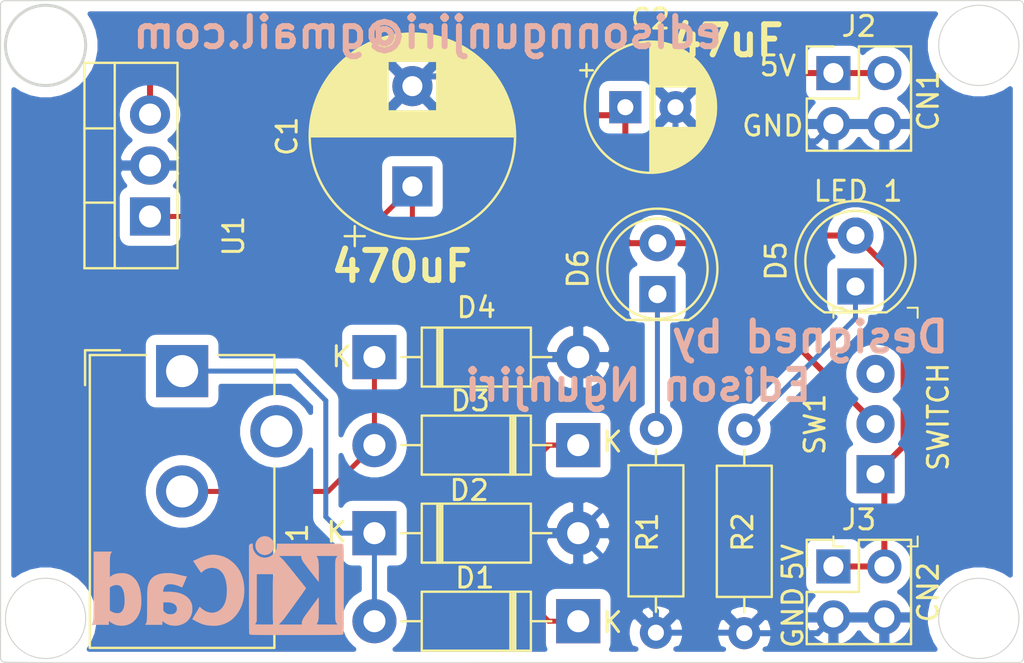
<source format=kicad_pcb>
(kicad_pcb (version 20171130) (host pcbnew "(5.1.6)-1")

  (general
    (thickness 1.6)
    (drawings 30)
    (tracks 70)
    (zones 0)
    (modules 16)
    (nets 11)
  )

  (page A4)
  (layers
    (0 F.Cu signal)
    (31 B.Cu signal)
    (32 B.Adhes user)
    (33 F.Adhes user)
    (34 B.Paste user)
    (35 F.Paste user)
    (36 B.SilkS user hide)
    (37 F.SilkS user hide)
    (38 B.Mask user)
    (39 F.Mask user)
    (40 Dwgs.User user)
    (41 Cmts.User user)
    (42 Eco1.User user)
    (43 Eco2.User user)
    (44 Edge.Cuts user)
    (45 Margin user)
    (46 B.CrtYd user)
    (47 F.CrtYd user hide)
    (48 B.Fab user)
    (49 F.Fab user)
  )

  (setup
    (last_trace_width 0.25)
    (trace_clearance 0.1)
    (zone_clearance 0.508)
    (zone_45_only no)
    (trace_min 0.2)
    (via_size 0.8)
    (via_drill 0.4)
    (via_min_size 0.4)
    (via_min_drill 0.3)
    (uvia_size 0.3)
    (uvia_drill 0.1)
    (uvias_allowed no)
    (uvia_min_size 0.2)
    (uvia_min_drill 0.1)
    (edge_width 0.05)
    (segment_width 0.2)
    (pcb_text_width 0.3)
    (pcb_text_size 1.5 1.5)
    (mod_edge_width 0.12)
    (mod_text_size 1 1)
    (mod_text_width 0.15)
    (pad_size 1.524 1.524)
    (pad_drill 0.762)
    (pad_to_mask_clearance 0.05)
    (aux_axis_origin 0 0)
    (visible_elements 7FFFFFFF)
    (pcbplotparams
      (layerselection 0x010fc_ffffffff)
      (usegerberextensions false)
      (usegerberattributes true)
      (usegerberadvancedattributes true)
      (creategerberjobfile true)
      (excludeedgelayer true)
      (linewidth 0.100000)
      (plotframeref false)
      (viasonmask false)
      (mode 1)
      (useauxorigin false)
      (hpglpennumber 1)
      (hpglpenspeed 20)
      (hpglpendiameter 15.000000)
      (psnegative false)
      (psa4output false)
      (plotreference true)
      (plotvalue true)
      (plotinvisibletext false)
      (padsonsilk false)
      (subtractmaskfromsilk false)
      (outputformat 1)
      (mirror false)
      (drillshape 0)
      (scaleselection 1)
      (outputdirectory "power_supply/"))
  )

  (net 0 "")
  (net 1 GND)
  (net 2 /Vin)
  (net 3 /Vout_1)
  (net 4 "Net-(D1-Pad2)")
  (net 5 "Net-(D3-Pad2)")
  (net 6 /Vout_2)
  (net 7 "Net-(D5-Pad1)")
  (net 8 "Net-(D6-Pad1)")
  (net 9 "Net-(J1-Pad3)")
  (net 10 "Net-(SW1-Pad3)")

  (net_class Default "This is the default net class."
    (clearance 0.1)
    (trace_width 0.25)
    (via_dia 0.8)
    (via_drill 0.4)
    (uvia_dia 0.3)
    (uvia_drill 0.1)
    (add_net /Vin)
    (add_net "Net-(D1-Pad2)")
    (add_net "Net-(D3-Pad2)")
    (add_net "Net-(D5-Pad1)")
    (add_net "Net-(D6-Pad1)")
    (add_net "Net-(J1-Pad3)")
    (add_net "Net-(SW1-Pad3)")
  )

  (net_class power ""
    (clearance 0.3)
    (trace_width 0.3)
    (via_dia 1)
    (via_drill 0.5)
    (uvia_dia 0.3)
    (uvia_drill 0.1)
    (add_net /Vout_1)
    (add_net /Vout_2)
    (add_net GND)
  )

  (module Symbol:KiCad-Logo_5mm_SilkScreen (layer B.Cu) (tedit 0) (tstamp 617D67D5)
    (at 66.8274 115.6843 180)
    (descr "KiCad Logo")
    (tags "Logo KiCad")
    (attr virtual)
    (fp_text reference REF** (at 0 5.08) (layer B.SilkS) hide
      (effects (font (size 1 1) (thickness 0.15)) (justify mirror))
    )
    (fp_text value KiCad-Logo_5mm_SilkScreen (at 6.5151 7.6454 90) (layer B.Fab) hide
      (effects (font (size 1 1) (thickness 0.15)) (justify mirror))
    )
    (fp_poly (pts (xy -2.9464 2.510946) (xy -2.935535 2.397007) (xy -2.903918 2.289384) (xy -2.853015 2.190385)
      (xy -2.784293 2.102316) (xy -2.699219 2.027484) (xy -2.602232 1.969616) (xy -2.495964 1.929995)
      (xy -2.38895 1.911427) (xy -2.2833 1.912566) (xy -2.181125 1.93207) (xy -2.084534 1.968594)
      (xy -1.995638 2.020795) (xy -1.916546 2.087327) (xy -1.849369 2.166848) (xy -1.796217 2.258013)
      (xy -1.759199 2.359477) (xy -1.740427 2.469898) (xy -1.738489 2.519794) (xy -1.738489 2.607733)
      (xy -1.68656 2.607733) (xy -1.650253 2.604889) (xy -1.623355 2.593089) (xy -1.596249 2.569351)
      (xy -1.557867 2.530969) (xy -1.557867 0.339398) (xy -1.557876 0.077261) (xy -1.557908 -0.163241)
      (xy -1.557972 -0.383048) (xy -1.558076 -0.583101) (xy -1.558227 -0.764344) (xy -1.558434 -0.927716)
      (xy -1.558706 -1.07416) (xy -1.55905 -1.204617) (xy -1.559474 -1.320029) (xy -1.559987 -1.421338)
      (xy -1.560597 -1.509484) (xy -1.561312 -1.58541) (xy -1.56214 -1.650057) (xy -1.563089 -1.704367)
      (xy -1.564167 -1.74928) (xy -1.565383 -1.78574) (xy -1.566745 -1.814687) (xy -1.568261 -1.837063)
      (xy -1.569938 -1.853809) (xy -1.571786 -1.865868) (xy -1.573813 -1.87418) (xy -1.576025 -1.879687)
      (xy -1.577108 -1.881537) (xy -1.581271 -1.888549) (xy -1.584805 -1.894996) (xy -1.588635 -1.9009)
      (xy -1.593682 -1.906286) (xy -1.600871 -1.911178) (xy -1.611123 -1.915598) (xy -1.625364 -1.919572)
      (xy -1.644514 -1.923121) (xy -1.669499 -1.92627) (xy -1.70124 -1.929042) (xy -1.740662 -1.931461)
      (xy -1.788686 -1.933551) (xy -1.846237 -1.935335) (xy -1.914237 -1.936837) (xy -1.99361 -1.93808)
      (xy -2.085279 -1.939089) (xy -2.190166 -1.939885) (xy -2.309196 -1.940494) (xy -2.44329 -1.940939)
      (xy -2.593373 -1.941243) (xy -2.760367 -1.94143) (xy -2.945196 -1.941524) (xy -3.148783 -1.941548)
      (xy -3.37205 -1.941525) (xy -3.615922 -1.94148) (xy -3.881321 -1.941437) (xy -3.919704 -1.941432)
      (xy -4.186682 -1.941389) (xy -4.432002 -1.941318) (xy -4.656583 -1.941213) (xy -4.861345 -1.941066)
      (xy -5.047206 -1.940869) (xy -5.215088 -1.940616) (xy -5.365908 -1.9403) (xy -5.500587 -1.939913)
      (xy -5.620044 -1.939447) (xy -5.725199 -1.938897) (xy -5.816971 -1.938253) (xy -5.896279 -1.937511)
      (xy -5.964043 -1.936661) (xy -6.021182 -1.935697) (xy -6.068617 -1.934611) (xy -6.107266 -1.933397)
      (xy -6.138049 -1.932047) (xy -6.161885 -1.930555) (xy -6.179694 -1.928911) (xy -6.192395 -1.927111)
      (xy -6.200908 -1.925145) (xy -6.205266 -1.923477) (xy -6.213728 -1.919906) (xy -6.221497 -1.91727)
      (xy -6.228602 -1.914634) (xy -6.235073 -1.911062) (xy -6.240939 -1.905621) (xy -6.246229 -1.897375)
      (xy -6.250974 -1.88539) (xy -6.255202 -1.868731) (xy -6.258943 -1.846463) (xy -6.262227 -1.817652)
      (xy -6.265083 -1.781363) (xy -6.26754 -1.736661) (xy -6.269629 -1.682611) (xy -6.271378 -1.618279)
      (xy -6.272817 -1.54273) (xy -6.273976 -1.45503) (xy -6.274883 -1.354243) (xy -6.275569 -1.239434)
      (xy -6.276063 -1.10967) (xy -6.276395 -0.964015) (xy -6.276593 -0.801535) (xy -6.276687 -0.621295)
      (xy -6.276708 -0.42236) (xy -6.276685 -0.203796) (xy -6.276646 0.035332) (xy -6.276622 0.29596)
      (xy -6.276622 0.338111) (xy -6.276636 0.601008) (xy -6.276661 0.842268) (xy -6.276671 1.062835)
      (xy -6.276642 1.263648) (xy -6.276548 1.445651) (xy -6.276362 1.609784) (xy -6.276059 1.756989)
      (xy -6.275614 1.888208) (xy -6.275034 1.998133) (xy -5.972197 1.998133) (xy -5.932407 1.940289)
      (xy -5.921236 1.924521) (xy -5.911166 1.910559) (xy -5.902138 1.897216) (xy -5.894097 1.883307)
      (xy -5.886986 1.867644) (xy -5.880747 1.849042) (xy -5.875325 1.826314) (xy -5.870662 1.798273)
      (xy -5.866701 1.763733) (xy -5.863385 1.721508) (xy -5.860659 1.670411) (xy -5.858464 1.609256)
      (xy -5.856745 1.536856) (xy -5.855444 1.452025) (xy -5.854505 1.353578) (xy -5.85387 1.240326)
      (xy -5.853484 1.111084) (xy -5.853288 0.964666) (xy -5.853227 0.799884) (xy -5.853243 0.615553)
      (xy -5.85328 0.410487) (xy -5.853289 0.287867) (xy -5.853265 0.070918) (xy -5.853231 -0.124642)
      (xy -5.853243 -0.299999) (xy -5.853358 -0.456341) (xy -5.85363 -0.594857) (xy -5.854118 -0.716734)
      (xy -5.854876 -0.82316) (xy -5.855962 -0.915322) (xy -5.857431 -0.994409) (xy -5.85934 -1.061608)
      (xy -5.861744 -1.118107) (xy -5.864701 -1.165093) (xy -5.868266 -1.203755) (xy -5.872495 -1.23528)
      (xy -5.877446 -1.260855) (xy -5.883173 -1.28167) (xy -5.889733 -1.298911) (xy -5.897183 -1.313765)
      (xy -5.905579 -1.327422) (xy -5.914976 -1.341069) (xy -5.925432 -1.355893) (xy -5.931523 -1.364783)
      (xy -5.970296 -1.4224) (xy -5.438732 -1.4224) (xy -5.315483 -1.422365) (xy -5.212987 -1.422215)
      (xy -5.12942 -1.421878) (xy -5.062956 -1.421286) (xy -5.011771 -1.420367) (xy -4.974041 -1.419051)
      (xy -4.94794 -1.417269) (xy -4.931644 -1.414951) (xy -4.923328 -1.412026) (xy -4.921168 -1.408424)
      (xy -4.923339 -1.404075) (xy -4.924535 -1.402645) (xy -4.949685 -1.365573) (xy -4.975583 -1.312772)
      (xy -4.999192 -1.25077) (xy -5.007461 -1.224357) (xy -5.012078 -1.206416) (xy -5.015979 -1.185355)
      (xy -5.019248 -1.159089) (xy -5.021966 -1.125532) (xy -5.024215 -1.082599) (xy -5.026077 -1.028204)
      (xy -5.027636 -0.960262) (xy -5.028972 -0.876688) (xy -5.030169 -0.775395) (xy -5.031308 -0.6543)
      (xy -5.031685 -0.6096) (xy -5.032702 -0.484449) (xy -5.03346 -0.380082) (xy -5.033903 -0.294707)
      (xy -5.03397 -0.226533) (xy -5.033605 -0.173765) (xy -5.032748 -0.134614) (xy -5.031341 -0.107285)
      (xy -5.029325 -0.089986) (xy -5.026643 -0.080926) (xy -5.023236 -0.078312) (xy -5.019044 -0.080351)
      (xy -5.014571 -0.084667) (xy -5.004216 -0.097602) (xy -4.982158 -0.126676) (xy -4.949957 -0.169759)
      (xy -4.909174 -0.224718) (xy -4.86137 -0.289423) (xy -4.808105 -0.361742) (xy -4.75094 -0.439544)
      (xy -4.691437 -0.520698) (xy -4.631155 -0.603072) (xy -4.571655 -0.684536) (xy -4.514498 -0.762957)
      (xy -4.461245 -0.836204) (xy -4.413457 -0.902147) (xy -4.372693 -0.958654) (xy -4.340516 -1.003593)
      (xy -4.318485 -1.034834) (xy -4.313917 -1.041466) (xy -4.290996 -1.078369) (xy -4.264188 -1.126359)
      (xy -4.238789 -1.175897) (xy -4.235568 -1.182577) (xy -4.21389 -1.230772) (xy -4.201304 -1.268334)
      (xy -4.195574 -1.30416) (xy -4.194456 -1.3462) (xy -4.19509 -1.4224) (xy -3.040651 -1.4224)
      (xy -3.131815 -1.328669) (xy -3.178612 -1.278775) (xy -3.228899 -1.222295) (xy -3.274944 -1.168026)
      (xy -3.295369 -1.142673) (xy -3.325807 -1.103128) (xy -3.365862 -1.049916) (xy -3.414361 -0.984667)
      (xy -3.470135 -0.909011) (xy -3.532011 -0.824577) (xy -3.598819 -0.732994) (xy -3.669387 -0.635892)
      (xy -3.742545 -0.534901) (xy -3.817121 -0.43165) (xy -3.891944 -0.327768) (xy -3.965843 -0.224885)
      (xy -4.037646 -0.124631) (xy -4.106184 -0.028636) (xy -4.170284 0.061473) (xy -4.228775 0.144064)
      (xy -4.280486 0.217508) (xy -4.324247 0.280176) (xy -4.358885 0.330439) (xy -4.38323 0.366666)
      (xy -4.396111 0.387229) (xy -4.397869 0.391332) (xy -4.38991 0.402658) (xy -4.369115 0.429838)
      (xy -4.336847 0.471171) (xy -4.29447 0.524956) (xy -4.243347 0.589494) (xy -4.184841 0.663082)
      (xy -4.120314 0.744022) (xy -4.051131 0.830612) (xy -3.978653 0.921152) (xy -3.904246 1.01394)
      (xy -3.844517 1.088298) (xy -2.833511 1.088298) (xy -2.827602 1.075341) (xy -2.813272 1.053092)
      (xy -2.812225 1.051609) (xy -2.793438 1.021456) (xy -2.773791 0.984625) (xy -2.769892 0.976489)
      (xy -2.766356 0.96806) (xy -2.76323 0.957941) (xy -2.760486 0.94474) (xy -2.758092 0.927062)
      (xy -2.756019 0.903516) (xy -2.754235 0.872707) (xy -2.752712 0.833243) (xy -2.751419 0.783731)
      (xy -2.750326 0.722777) (xy -2.749403 0.648989) (xy -2.748619 0.560972) (xy -2.747945 0.457335)
      (xy -2.74735 0.336684) (xy -2.746805 0.197626) (xy -2.746279 0.038768) (xy -2.745745 -0.140089)
      (xy -2.745206 -0.325207) (xy -2.744772 -0.489145) (xy -2.744509 -0.633303) (xy -2.744484 -0.759079)
      (xy -2.744765 -0.867871) (xy -2.745419 -0.961077) (xy -2.746514 -1.040097) (xy -2.748118 -1.106328)
      (xy -2.750297 -1.16117) (xy -2.753119 -1.206021) (xy -2.756651 -1.242278) (xy -2.760961 -1.271341)
      (xy -2.766117 -1.294609) (xy -2.772185 -1.313479) (xy -2.779233 -1.329351) (xy -2.787329 -1.343622)
      (xy -2.79654 -1.357691) (xy -2.80504 -1.370158) (xy -2.822176 -1.396452) (xy -2.832322 -1.414037)
      (xy -2.833511 -1.417257) (xy -2.822604 -1.418334) (xy -2.791411 -1.419335) (xy -2.742223 -1.420235)
      (xy -2.677333 -1.42101) (xy -2.59903 -1.421637) (xy -2.509607 -1.422091) (xy -2.411356 -1.422349)
      (xy -2.342445 -1.4224) (xy -2.237452 -1.42218) (xy -2.14061 -1.421548) (xy -2.054107 -1.420549)
      (xy -1.980132 -1.419227) (xy -1.920874 -1.417626) (xy -1.87852 -1.415791) (xy -1.85526 -1.413765)
      (xy -1.851378 -1.412493) (xy -1.859076 -1.397591) (xy -1.867074 -1.38956) (xy -1.880246 -1.372434)
      (xy -1.897485 -1.342183) (xy -1.909407 -1.317622) (xy -1.936045 -1.258711) (xy -1.93912 -0.081845)
      (xy -1.942195 1.095022) (xy -2.387853 1.095022) (xy -2.48567 1.094858) (xy -2.576064 1.094389)
      (xy -2.65663 1.093653) (xy -2.724962 1.092684) (xy -2.778656 1.09152) (xy -2.815305 1.090197)
      (xy -2.832504 1.088751) (xy -2.833511 1.088298) (xy -3.844517 1.088298) (xy -3.82927 1.107278)
      (xy -3.75509 1.199463) (xy -3.683069 1.288796) (xy -3.614569 1.373576) (xy -3.550955 1.452102)
      (xy -3.493588 1.522674) (xy -3.443833 1.583591) (xy -3.403052 1.633153) (xy -3.385888 1.653822)
      (xy -3.299596 1.754484) (xy -3.222997 1.837741) (xy -3.154183 1.905562) (xy -3.091248 1.959911)
      (xy -3.081867 1.967278) (xy -3.042356 1.997883) (xy -4.174116 1.998133) (xy -4.168827 1.950156)
      (xy -4.17213 1.892812) (xy -4.193661 1.824537) (xy -4.233635 1.744788) (xy -4.278943 1.672505)
      (xy -4.295161 1.64986) (xy -4.323214 1.612304) (xy -4.36143 1.561979) (xy -4.408137 1.501027)
      (xy -4.461661 1.431589) (xy -4.520331 1.355806) (xy -4.582475 1.27582) (xy -4.646421 1.193772)
      (xy -4.710495 1.111804) (xy -4.773027 1.032057) (xy -4.832343 0.956673) (xy -4.886771 0.887793)
      (xy -4.934639 0.827558) (xy -4.974275 0.778111) (xy -5.004006 0.741592) (xy -5.022161 0.720142)
      (xy -5.02522 0.716844) (xy -5.028079 0.724851) (xy -5.030293 0.755145) (xy -5.031857 0.807444)
      (xy -5.032767 0.881469) (xy -5.03302 0.976937) (xy -5.032613 1.093566) (xy -5.031704 1.213555)
      (xy -5.030382 1.345667) (xy -5.028857 1.457406) (xy -5.026881 1.550975) (xy -5.024206 1.628581)
      (xy -5.020582 1.692426) (xy -5.015761 1.744717) (xy -5.009494 1.787656) (xy -5.001532 1.823449)
      (xy -4.991627 1.8543) (xy -4.979531 1.882414) (xy -4.964993 1.909995) (xy -4.950311 1.935034)
      (xy -4.912314 1.998133) (xy -5.972197 1.998133) (xy -6.275034 1.998133) (xy -6.275001 2.004383)
      (xy -6.274195 2.106456) (xy -6.27317 2.195367) (xy -6.2719 2.272059) (xy -6.27036 2.337473)
      (xy -6.268524 2.392551) (xy -6.266367 2.438235) (xy -6.263863 2.475466) (xy -6.260987 2.505187)
      (xy -6.257713 2.528338) (xy -6.254015 2.545861) (xy -6.249869 2.558699) (xy -6.245247 2.567792)
      (xy -6.240126 2.574082) (xy -6.234478 2.578512) (xy -6.228279 2.582022) (xy -6.221504 2.585555)
      (xy -6.215508 2.589124) (xy -6.210275 2.5917) (xy -6.202099 2.594028) (xy -6.189886 2.596122)
      (xy -6.172541 2.597993) (xy -6.148969 2.599653) (xy -6.118077 2.601116) (xy -6.078768 2.602392)
      (xy -6.02995 2.603496) (xy -5.970527 2.604439) (xy -5.899404 2.605233) (xy -5.815488 2.605891)
      (xy -5.717683 2.606425) (xy -5.604894 2.606847) (xy -5.476029 2.607171) (xy -5.329991 2.607408)
      (xy -5.165686 2.60757) (xy -4.98202 2.60767) (xy -4.777897 2.60772) (xy -4.566753 2.607733)
      (xy -2.9464 2.607733) (xy -2.9464 2.510946)) (layer B.SilkS) (width 0.01))
    (fp_poly (pts (xy 0.328429 2.050929) (xy 0.48857 2.029755) (xy 0.65251 1.989615) (xy 0.822313 1.930111)
      (xy 1.000043 1.850846) (xy 1.01131 1.845301) (xy 1.069005 1.817275) (xy 1.120552 1.793198)
      (xy 1.162191 1.774751) (xy 1.190162 1.763614) (xy 1.199733 1.761067) (xy 1.21895 1.756059)
      (xy 1.223561 1.751853) (xy 1.218458 1.74142) (xy 1.202418 1.715132) (xy 1.177288 1.675743)
      (xy 1.144914 1.626009) (xy 1.107143 1.568685) (xy 1.065822 1.506524) (xy 1.022798 1.442282)
      (xy 0.979917 1.378715) (xy 0.939026 1.318575) (xy 0.901971 1.26462) (xy 0.8706 1.219603)
      (xy 0.846759 1.186279) (xy 0.832294 1.167403) (xy 0.830309 1.165213) (xy 0.820191 1.169862)
      (xy 0.79785 1.187038) (xy 0.76728 1.21356) (xy 0.751536 1.228036) (xy 0.655047 1.303318)
      (xy 0.548336 1.358759) (xy 0.432832 1.393859) (xy 0.309962 1.40812) (xy 0.240561 1.406949)
      (xy 0.119423 1.389788) (xy 0.010205 1.353906) (xy -0.087418 1.299041) (xy -0.173772 1.22493)
      (xy -0.249185 1.131312) (xy -0.313982 1.017924) (xy -0.351399 0.931333) (xy -0.395252 0.795634)
      (xy -0.427572 0.64815) (xy -0.448443 0.492686) (xy -0.457949 0.333044) (xy -0.456173 0.173027)
      (xy -0.443197 0.016439) (xy -0.419106 -0.132918) (xy -0.383982 -0.27124) (xy -0.337908 -0.394724)
      (xy -0.321627 -0.428978) (xy -0.25338 -0.543064) (xy -0.172921 -0.639557) (xy -0.08143 -0.71767)
      (xy 0.019911 -0.776617) (xy 0.12992 -0.815612) (xy 0.247415 -0.833868) (xy 0.288883 -0.835211)
      (xy 0.410441 -0.82429) (xy 0.530878 -0.791474) (xy 0.648666 -0.737439) (xy 0.762277 -0.662865)
      (xy 0.853685 -0.584539) (xy 0.900215 -0.540008) (xy 1.081483 -0.837271) (xy 1.12658 -0.911433)
      (xy 1.167819 -0.979646) (xy 1.203735 -1.039459) (xy 1.232866 -1.08842) (xy 1.25375 -1.124079)
      (xy 1.264924 -1.143984) (xy 1.266375 -1.147079) (xy 1.258146 -1.156718) (xy 1.232567 -1.173999)
      (xy 1.192873 -1.197283) (xy 1.142297 -1.224934) (xy 1.084074 -1.255315) (xy 1.021437 -1.28679)
      (xy 0.957621 -1.317722) (xy 0.89586 -1.346473) (xy 0.839388 -1.371408) (xy 0.791438 -1.390889)
      (xy 0.767986 -1.399318) (xy 0.634221 -1.437133) (xy 0.496327 -1.462136) (xy 0.348622 -1.47514)
      (xy 0.221833 -1.477468) (xy 0.153878 -1.476373) (xy 0.088277 -1.474275) (xy 0.030847 -1.471434)
      (xy -0.012597 -1.468106) (xy -0.026702 -1.466422) (xy -0.165716 -1.437587) (xy -0.307243 -1.392468)
      (xy -0.444725 -1.33375) (xy -0.571606 -1.26412) (xy -0.649111 -1.211441) (xy -0.776519 -1.103239)
      (xy -0.894822 -0.976671) (xy -1.001828 -0.834866) (xy -1.095348 -0.680951) (xy -1.17319 -0.518053)
      (xy -1.217044 -0.400756) (xy -1.267292 -0.217128) (xy -1.300791 -0.022581) (xy -1.317551 0.178675)
      (xy -1.317584 0.382432) (xy -1.300899 0.584479) (xy -1.267507 0.780608) (xy -1.21742 0.966609)
      (xy -1.213603 0.978197) (xy -1.150719 1.14025) (xy -1.073972 1.288168) (xy -0.980758 1.426135)
      (xy -0.868473 1.558339) (xy -0.824608 1.603601) (xy -0.688466 1.727543) (xy -0.548509 1.830085)
      (xy -0.402589 1.912344) (xy -0.248558 1.975436) (xy -0.084268 2.020477) (xy 0.011289 2.037967)
      (xy 0.170023 2.053534) (xy 0.328429 2.050929)) (layer B.SilkS) (width 0.01))
    (fp_poly (pts (xy 2.673574 1.133448) (xy 2.825492 1.113433) (xy 2.960756 1.079798) (xy 3.080239 1.032275)
      (xy 3.184815 0.970595) (xy 3.262424 0.907035) (xy 3.331265 0.832901) (xy 3.385006 0.753129)
      (xy 3.42791 0.660909) (xy 3.443384 0.617839) (xy 3.456244 0.578858) (xy 3.467446 0.542711)
      (xy 3.47712 0.507566) (xy 3.485396 0.47159) (xy 3.492403 0.43295) (xy 3.498272 0.389815)
      (xy 3.503131 0.340351) (xy 3.50711 0.282727) (xy 3.51034 0.215109) (xy 3.512949 0.135666)
      (xy 3.515067 0.042564) (xy 3.516824 -0.066027) (xy 3.518349 -0.191942) (xy 3.519772 -0.337012)
      (xy 3.521025 -0.479778) (xy 3.522351 -0.635968) (xy 3.523556 -0.771239) (xy 3.524766 -0.887246)
      (xy 3.526106 -0.985645) (xy 3.5277 -1.068093) (xy 3.529675 -1.136246) (xy 3.532156 -1.19176)
      (xy 3.535269 -1.236292) (xy 3.539138 -1.271498) (xy 3.543889 -1.299034) (xy 3.549648 -1.320556)
      (xy 3.556539 -1.337722) (xy 3.564689 -1.352186) (xy 3.574223 -1.365606) (xy 3.585266 -1.379638)
      (xy 3.589566 -1.385071) (xy 3.605386 -1.40791) (xy 3.612422 -1.423463) (xy 3.612444 -1.423922)
      (xy 3.601567 -1.426121) (xy 3.570582 -1.428147) (xy 3.521957 -1.429942) (xy 3.458163 -1.431451)
      (xy 3.381669 -1.432616) (xy 3.294944 -1.43338) (xy 3.200457 -1.433686) (xy 3.18955 -1.433689)
      (xy 2.766657 -1.433689) (xy 2.763395 -1.337622) (xy 2.760133 -1.241556) (xy 2.698044 -1.292543)
      (xy 2.600714 -1.360057) (xy 2.490813 -1.414749) (xy 2.404349 -1.444978) (xy 2.335278 -1.459666)
      (xy 2.251925 -1.469659) (xy 2.162159 -1.474646) (xy 2.073845 -1.474313) (xy 1.994851 -1.468351)
      (xy 1.958622 -1.462638) (xy 1.818603 -1.424776) (xy 1.692178 -1.369932) (xy 1.58026 -1.298924)
      (xy 1.483762 -1.212568) (xy 1.4036 -1.111679) (xy 1.340687 -0.997076) (xy 1.296312 -0.870984)
      (xy 1.283978 -0.814401) (xy 1.276368 -0.752202) (xy 1.272739 -0.677363) (xy 1.272245 -0.643467)
      (xy 1.27231 -0.640282) (xy 2.032248 -0.640282) (xy 2.041541 -0.715333) (xy 2.069728 -0.77916)
      (xy 2.118197 -0.834798) (xy 2.123254 -0.839211) (xy 2.171548 -0.874037) (xy 2.223257 -0.89662)
      (xy 2.283989 -0.90854) (xy 2.359352 -0.911383) (xy 2.377459 -0.910978) (xy 2.431278 -0.908325)
      (xy 2.471308 -0.902909) (xy 2.506324 -0.892745) (xy 2.545103 -0.87585) (xy 2.555745 -0.870672)
      (xy 2.616396 -0.834844) (xy 2.663215 -0.792212) (xy 2.675952 -0.776973) (xy 2.720622 -0.720462)
      (xy 2.720622 -0.524586) (xy 2.720086 -0.445939) (xy 2.718396 -0.387988) (xy 2.715428 -0.348875)
      (xy 2.711057 -0.326741) (xy 2.706972 -0.320274) (xy 2.691047 -0.317111) (xy 2.657264 -0.314488)
      (xy 2.61034 -0.312655) (xy 2.554993 -0.311857) (xy 2.546106 -0.311842) (xy 2.42533 -0.317096)
      (xy 2.32266 -0.333263) (xy 2.236106 -0.360961) (xy 2.163681 -0.400808) (xy 2.108751 -0.447758)
      (xy 2.064204 -0.505645) (xy 2.03948 -0.568693) (xy 2.032248 -0.640282) (xy 1.27231 -0.640282)
      (xy 1.274178 -0.549712) (xy 1.282522 -0.470812) (xy 1.298768 -0.39959) (xy 1.324405 -0.328864)
      (xy 1.348401 -0.276493) (xy 1.40702 -0.181196) (xy 1.485117 -0.09317) (xy 1.580315 -0.014017)
      (xy 1.690238 0.05466) (xy 1.81251 0.111259) (xy 1.944755 0.154179) (xy 2.009422 0.169118)
      (xy 2.145604 0.191223) (xy 2.294049 0.205806) (xy 2.445505 0.212187) (xy 2.572064 0.210555)
      (xy 2.73395 0.203776) (xy 2.72653 0.262755) (xy 2.707238 0.361908) (xy 2.676104 0.442628)
      (xy 2.632269 0.505534) (xy 2.574871 0.551244) (xy 2.503048 0.580378) (xy 2.415941 0.593553)
      (xy 2.312686 0.591389) (xy 2.274711 0.587388) (xy 2.13352 0.56222) (xy 1.996707 0.521186)
      (xy 1.902178 0.483185) (xy 1.857018 0.46381) (xy 1.818585 0.44824) (xy 1.792234 0.438595)
      (xy 1.784546 0.436548) (xy 1.774802 0.445626) (xy 1.758083 0.474595) (xy 1.734232 0.523783)
      (xy 1.703093 0.593516) (xy 1.664507 0.684121) (xy 1.65791 0.699911) (xy 1.627853 0.772228)
      (xy 1.600874 0.837575) (xy 1.578136 0.893094) (xy 1.560806 0.935928) (xy 1.550048 0.963219)
      (xy 1.546941 0.972058) (xy 1.55694 0.976813) (xy 1.583217 0.98209) (xy 1.611489 0.985769)
      (xy 1.641646 0.990526) (xy 1.689433 0.999972) (xy 1.750612 1.01318) (xy 1.820946 1.029224)
      (xy 1.896194 1.04718) (xy 1.924755 1.054203) (xy 2.029816 1.079791) (xy 2.11748 1.099853)
      (xy 2.192068 1.115031) (xy 2.257903 1.125965) (xy 2.319307 1.133296) (xy 2.380602 1.137665)
      (xy 2.44611 1.139713) (xy 2.504128 1.140111) (xy 2.673574 1.133448)) (layer B.SilkS) (width 0.01))
    (fp_poly (pts (xy 6.186507 0.527755) (xy 6.186526 0.293338) (xy 6.186552 0.080397) (xy 6.186625 -0.112168)
      (xy 6.186782 -0.285459) (xy 6.187064 -0.440576) (xy 6.187509 -0.57862) (xy 6.188156 -0.700692)
      (xy 6.189045 -0.807894) (xy 6.190213 -0.901326) (xy 6.191701 -0.98209) (xy 6.193546 -1.051286)
      (xy 6.195789 -1.110015) (xy 6.198469 -1.159379) (xy 6.201623 -1.200478) (xy 6.205292 -1.234413)
      (xy 6.209513 -1.262286) (xy 6.214327 -1.285198) (xy 6.219773 -1.304249) (xy 6.225888 -1.32054)
      (xy 6.232712 -1.335173) (xy 6.240285 -1.349249) (xy 6.248645 -1.363868) (xy 6.253839 -1.372974)
      (xy 6.288104 -1.433689) (xy 5.429955 -1.433689) (xy 5.429955 -1.337733) (xy 5.429224 -1.29437)
      (xy 5.427272 -1.261205) (xy 5.424463 -1.243424) (xy 5.423221 -1.241778) (xy 5.411799 -1.248662)
      (xy 5.389084 -1.266505) (xy 5.366385 -1.285879) (xy 5.3118 -1.326614) (xy 5.242321 -1.367617)
      (xy 5.16527 -1.405123) (xy 5.087965 -1.435364) (xy 5.057113 -1.445012) (xy 4.988616 -1.459578)
      (xy 4.905764 -1.469539) (xy 4.816371 -1.474583) (xy 4.728248 -1.474396) (xy 4.649207 -1.468666)
      (xy 4.611511 -1.462858) (xy 4.473414 -1.424797) (xy 4.346113 -1.367073) (xy 4.230292 -1.290211)
      (xy 4.126637 -1.194739) (xy 4.035833 -1.081179) (xy 3.969031 -0.970381) (xy 3.914164 -0.853625)
      (xy 3.872163 -0.734276) (xy 3.842167 -0.608283) (xy 3.823311 -0.471594) (xy 3.814732 -0.320158)
      (xy 3.814006 -0.242711) (xy 3.8161 -0.185934) (xy 4.645217 -0.185934) (xy 4.645424 -0.279002)
      (xy 4.648337 -0.366692) (xy 4.654 -0.443772) (xy 4.662455 -0.505009) (xy 4.665038 -0.51735)
      (xy 4.69684 -0.624633) (xy 4.738498 -0.711658) (xy 4.790363 -0.778642) (xy 4.852781 -0.825805)
      (xy 4.9261 -0.853365) (xy 5.010669 -0.861541) (xy 5.106835 -0.850551) (xy 5.170311 -0.834829)
      (xy 5.219454 -0.816639) (xy 5.273583 -0.790791) (xy 5.314244 -0.767089) (xy 5.3848 -0.720721)
      (xy 5.3848 0.42947) (xy 5.317392 0.473038) (xy 5.238867 0.51396) (xy 5.154681 0.540611)
      (xy 5.069557 0.552535) (xy 4.988216 0.549278) (xy 4.91538 0.530385) (xy 4.883426 0.514816)
      (xy 4.825501 0.471819) (xy 4.776544 0.415047) (xy 4.73539 0.342425) (xy 4.700874 0.251879)
      (xy 4.671833 0.141334) (xy 4.670552 0.135467) (xy 4.660381 0.073212) (xy 4.652739 -0.004594)
      (xy 4.64767 -0.09272) (xy 4.645217 -0.185934) (xy 3.8161 -0.185934) (xy 3.821857 -0.029895)
      (xy 3.843802 0.165941) (xy 3.879786 0.344668) (xy 3.929759 0.506155) (xy 3.993668 0.650274)
      (xy 4.071462 0.776894) (xy 4.163089 0.885885) (xy 4.268497 0.977117) (xy 4.313662 1.008068)
      (xy 4.414611 1.064215) (xy 4.517901 1.103826) (xy 4.627989 1.127986) (xy 4.74933 1.137781)
      (xy 4.841836 1.136735) (xy 4.97149 1.125769) (xy 5.084084 1.103954) (xy 5.182875 1.070286)
      (xy 5.271121 1.023764) (xy 5.319986 0.989552) (xy 5.349353 0.967638) (xy 5.371043 0.952667)
      (xy 5.379253 0.948267) (xy 5.380868 0.959096) (xy 5.382159 0.989749) (xy 5.383138 1.037474)
      (xy 5.383817 1.099521) (xy 5.38421 1.173138) (xy 5.38433 1.255573) (xy 5.384188 1.344075)
      (xy 5.383797 1.435893) (xy 5.383171 1.528276) (xy 5.38232 1.618472) (xy 5.38126 1.703729)
      (xy 5.380001 1.781297) (xy 5.378556 1.848424) (xy 5.376938 1.902359) (xy 5.375161 1.94035)
      (xy 5.374669 1.947333) (xy 5.367092 2.017749) (xy 5.355531 2.072898) (xy 5.337792 2.120019)
      (xy 5.311682 2.166353) (xy 5.305415 2.175933) (xy 5.280983 2.212622) (xy 6.186311 2.212622)
      (xy 6.186507 0.527755)) (layer B.SilkS) (width 0.01))
    (fp_poly (pts (xy -2.273043 2.973429) (xy -2.176768 2.949191) (xy -2.090184 2.906359) (xy -2.015373 2.846581)
      (xy -1.954418 2.771506) (xy -1.909399 2.68278) (xy -1.883136 2.58647) (xy -1.877286 2.489205)
      (xy -1.89214 2.395346) (xy -1.92584 2.307489) (xy -1.976528 2.22823) (xy -2.042345 2.160164)
      (xy -2.121434 2.105888) (xy -2.211934 2.067998) (xy -2.2632 2.055574) (xy -2.307698 2.048053)
      (xy -2.341999 2.045081) (xy -2.37496 2.046906) (xy -2.415434 2.053775) (xy -2.448531 2.06075)
      (xy -2.541947 2.092259) (xy -2.625619 2.143383) (xy -2.697665 2.212571) (xy -2.7562 2.298272)
      (xy -2.770148 2.325511) (xy -2.786586 2.361878) (xy -2.796894 2.392418) (xy -2.80246 2.42455)
      (xy -2.804669 2.465693) (xy -2.804948 2.511778) (xy -2.800861 2.596135) (xy -2.787446 2.665414)
      (xy -2.762256 2.726039) (xy -2.722846 2.784433) (xy -2.684298 2.828698) (xy -2.612406 2.894516)
      (xy -2.537313 2.939947) (xy -2.454562 2.96715) (xy -2.376928 2.977424) (xy -2.273043 2.973429)) (layer B.SilkS) (width 0.01))
  )

  (module Package_TO_SOT_THT:TO-220-3_Vertical (layer F.Cu) (tedit 5AC8BA0D) (tstamp 617D9696)
    (at 63.4492 96.7613 90)
    (descr "TO-220-3, Vertical, RM 2.54mm, see https://www.vishay.com/docs/66542/to-220-1.pdf")
    (tags "TO-220-3 Vertical RM 2.54mm")
    (path /617C2067)
    (fp_text reference U1 (at -0.9779 4.1656 90) (layer F.SilkS)
      (effects (font (size 1 1) (thickness 0.15)))
    )
    (fp_text value LM7805_TO220 (at 2.54 2.5 90) (layer F.Fab)
      (effects (font (size 1 1) (thickness 0.15)))
    )
    (fp_line (start 7.79 -3.4) (end -2.71 -3.4) (layer F.CrtYd) (width 0.05))
    (fp_line (start 7.79 1.51) (end 7.79 -3.4) (layer F.CrtYd) (width 0.05))
    (fp_line (start -2.71 1.51) (end 7.79 1.51) (layer F.CrtYd) (width 0.05))
    (fp_line (start -2.71 -3.4) (end -2.71 1.51) (layer F.CrtYd) (width 0.05))
    (fp_line (start 4.391 -3.27) (end 4.391 -1.76) (layer F.SilkS) (width 0.12))
    (fp_line (start 0.69 -3.27) (end 0.69 -1.76) (layer F.SilkS) (width 0.12))
    (fp_line (start -2.58 -1.76) (end 7.66 -1.76) (layer F.SilkS) (width 0.12))
    (fp_line (start 7.66 -3.27) (end 7.66 1.371) (layer F.SilkS) (width 0.12))
    (fp_line (start -2.58 -3.27) (end -2.58 1.371) (layer F.SilkS) (width 0.12))
    (fp_line (start -2.58 1.371) (end 7.66 1.371) (layer F.SilkS) (width 0.12))
    (fp_line (start -2.58 -3.27) (end 7.66 -3.27) (layer F.SilkS) (width 0.12))
    (fp_line (start 4.39 -3.15) (end 4.39 -1.88) (layer F.Fab) (width 0.1))
    (fp_line (start 0.69 -3.15) (end 0.69 -1.88) (layer F.Fab) (width 0.1))
    (fp_line (start -2.46 -1.88) (end 7.54 -1.88) (layer F.Fab) (width 0.1))
    (fp_line (start 7.54 -3.15) (end -2.46 -3.15) (layer F.Fab) (width 0.1))
    (fp_line (start 7.54 1.25) (end 7.54 -3.15) (layer F.Fab) (width 0.1))
    (fp_line (start -2.46 1.25) (end 7.54 1.25) (layer F.Fab) (width 0.1))
    (fp_line (start -2.46 -3.15) (end -2.46 1.25) (layer F.Fab) (width 0.1))
    (fp_text user %R (at 3.0861 4.0894 90) (layer F.Fab)
      (effects (font (size 1 1) (thickness 0.15)))
    )
    (pad 3 thru_hole oval (at 5.08 0 90) (size 1.905 2) (drill 1.1) (layers *.Cu *.Mask)
      (net 3 /Vout_1))
    (pad 2 thru_hole oval (at 2.54 0 90) (size 1.905 2) (drill 1.1) (layers *.Cu *.Mask)
      (net 1 GND))
    (pad 1 thru_hole rect (at 0 0 90) (size 1.905 2) (drill 1.1) (layers *.Cu *.Mask)
      (net 2 /Vin))
    (model ${KISYS3DMOD}/Package_TO_SOT_THT.3dshapes/TO-220-3_Vertical.wrl
      (at (xyz 0 0 0))
      (scale (xyz 1 1 1))
      (rotate (xyz 0 0 0))
    )
  )

  (module digikey:Switch_Slide_11.6x4mm_EG1218 (layer F.Cu) (tedit 5A1EC915) (tstamp 617D967C)
    (at 99.6211 109.6111 90)
    (descr http://spec_sheets.e-switch.com/specs/P040040.pdf)
    (path /61809424)
    (fp_text reference SW1 (at 2.49 -3.02 90) (layer F.SilkS)
      (effects (font (size 1 1) (thickness 0.15)))
    )
    (fp_text value SW_DPDT_x2 (at 2.11 3.14 90) (layer F.Fab)
      (effects (font (size 1 1) (thickness 0.15)))
    )
    (fp_line (start -3.42 -2) (end 8.18 -2) (layer F.Fab) (width 0.1))
    (fp_line (start -3.42 2) (end -3.42 -2) (layer F.Fab) (width 0.1))
    (fp_line (start 8.18 2) (end 8.18 -2) (layer F.Fab) (width 0.1))
    (fp_line (start -3.42 2) (end 8.18 2) (layer F.Fab) (width 0.1))
    (fp_line (start 8.3 -2.1) (end 7.8 -2.1) (layer F.SilkS) (width 0.1))
    (fp_line (start 8.3 -2.1) (end 8.3 -1.6) (layer F.SilkS) (width 0.1))
    (fp_line (start -3.6 -2.1) (end -3.6 -1.6) (layer F.SilkS) (width 0.1))
    (fp_line (start -3.6 -2.1) (end -3.1 -2.1) (layer F.SilkS) (width 0.1))
    (fp_line (start -3.6 2.1) (end -3.6 1.6) (layer F.SilkS) (width 0.1))
    (fp_line (start -3.6 2.1) (end -3.1 2.1) (layer F.SilkS) (width 0.1))
    (fp_line (start 8.3 2.1) (end 8.3 1.6) (layer F.SilkS) (width 0.1))
    (fp_line (start 8.3 2.1) (end 7.8 2.1) (layer F.SilkS) (width 0.1))
    (fp_line (start -3.67 -2.25) (end 8.43 -2.25) (layer F.CrtYd) (width 0.05))
    (fp_line (start 8.43 2.25) (end 8.43 -2.25) (layer F.CrtYd) (width 0.05))
    (fp_line (start -3.67 2.25) (end 8.43 2.25) (layer F.CrtYd) (width 0.05))
    (fp_line (start -3.67 2.25) (end -3.67 -2.25) (layer F.CrtYd) (width 0.05))
    (fp_text user %R (at 2.5 0 90) (layer F.Fab)
      (effects (font (size 1 1) (thickness 0.15)))
    )
    (pad 3 thru_hole circle (at 5 0 90) (size 1.9 1.9) (drill 0.9) (layers *.Cu *.Mask)
      (net 10 "Net-(SW1-Pad3)"))
    (pad 2 thru_hole circle (at 2.5 0 90) (size 1.9 1.9) (drill 0.9) (layers *.Cu *.Mask)
      (net 3 /Vout_1))
    (pad 1 thru_hole rect (at 0 0 90) (size 1.9 1.9) (drill 0.9) (layers *.Cu *.Mask)
      (net 6 /Vout_2))
  )

  (module Resistor_THT:R_Axial_DIN0207_L6.3mm_D2.5mm_P10.16mm_Horizontal (layer F.Cu) (tedit 5AE5139B) (tstamp 617D9664)
    (at 93.0783 117.5385 90)
    (descr "Resistor, Axial_DIN0207 series, Axial, Horizontal, pin pitch=10.16mm, 0.25W = 1/4W, length*diameter=6.3*2.5mm^2, http://cdn-reichelt.de/documents/datenblatt/B400/1_4W%23YAG.pdf")
    (tags "Resistor Axial_DIN0207 series Axial Horizontal pin pitch 10.16mm 0.25W = 1/4W length 6.3mm diameter 2.5mm")
    (path /617DFB72)
    (fp_text reference R2 (at 5.0385 -0.0783 90) (layer F.SilkS)
      (effects (font (size 1 1) (thickness 0.15)))
    )
    (fp_text value 560 (at 5.3086 -1.905 90) (layer F.Fab)
      (effects (font (size 1 1) (thickness 0.15)))
    )
    (fp_line (start 11.21 -1.5) (end -1.05 -1.5) (layer F.CrtYd) (width 0.05))
    (fp_line (start 11.21 1.5) (end 11.21 -1.5) (layer F.CrtYd) (width 0.05))
    (fp_line (start -1.05 1.5) (end 11.21 1.5) (layer F.CrtYd) (width 0.05))
    (fp_line (start -1.05 -1.5) (end -1.05 1.5) (layer F.CrtYd) (width 0.05))
    (fp_line (start 9.12 0) (end 8.35 0) (layer F.SilkS) (width 0.12))
    (fp_line (start 1.04 0) (end 1.81 0) (layer F.SilkS) (width 0.12))
    (fp_line (start 8.35 -1.37) (end 1.81 -1.37) (layer F.SilkS) (width 0.12))
    (fp_line (start 8.35 1.37) (end 8.35 -1.37) (layer F.SilkS) (width 0.12))
    (fp_line (start 1.81 1.37) (end 8.35 1.37) (layer F.SilkS) (width 0.12))
    (fp_line (start 1.81 -1.37) (end 1.81 1.37) (layer F.SilkS) (width 0.12))
    (fp_line (start 10.16 0) (end 8.23 0) (layer F.Fab) (width 0.1))
    (fp_line (start 0 0) (end 1.93 0) (layer F.Fab) (width 0.1))
    (fp_line (start 8.23 -1.25) (end 1.93 -1.25) (layer F.Fab) (width 0.1))
    (fp_line (start 8.23 1.25) (end 8.23 -1.25) (layer F.Fab) (width 0.1))
    (fp_line (start 1.93 1.25) (end 8.23 1.25) (layer F.Fab) (width 0.1))
    (fp_line (start 1.93 -1.25) (end 1.93 1.25) (layer F.Fab) (width 0.1))
    (fp_text user %R (at 5.08 0 90) (layer F.Fab)
      (effects (font (size 1 1) (thickness 0.15)))
    )
    (pad 2 thru_hole oval (at 10.16 0 90) (size 1.6 1.6) (drill 0.8) (layers *.Cu *.Mask)
      (net 7 "Net-(D5-Pad1)"))
    (pad 1 thru_hole circle (at 0 0 90) (size 1.6 1.6) (drill 0.8) (layers *.Cu *.Mask)
      (net 1 GND))
    (model ${KISYS3DMOD}/Resistor_THT.3dshapes/R_Axial_DIN0207_L6.3mm_D2.5mm_P10.16mm_Horizontal.wrl
      (at (xyz 0 0 0))
      (scale (xyz 1 1 1))
      (rotate (xyz 0 0 0))
    )
  )

  (module Resistor_THT:R_Axial_DIN0207_L6.3mm_D2.5mm_P10.16mm_Horizontal (layer F.Cu) (tedit 5AE5139B) (tstamp 617D964D)
    (at 88.6714 117.5131 90)
    (descr "Resistor, Axial_DIN0207 series, Axial, Horizontal, pin pitch=10.16mm, 0.25W = 1/4W, length*diameter=6.3*2.5mm^2, http://cdn-reichelt.de/documents/datenblatt/B400/1_4W%23YAG.pdf")
    (tags "Resistor Axial_DIN0207 series Axial Horizontal pin pitch 10.16mm 0.25W = 1/4W length 6.3mm diameter 2.5mm")
    (path /617C56EA)
    (fp_text reference R1 (at 5.0131 -0.4214 270) (layer F.SilkS)
      (effects (font (size 1 1) (thickness 0.15)))
    )
    (fp_text value 560 (at 5.0419 -1.7526 90) (layer F.Fab)
      (effects (font (size 1 1) (thickness 0.15)))
    )
    (fp_line (start 11.21 -1.5) (end -1.05 -1.5) (layer F.CrtYd) (width 0.05))
    (fp_line (start 11.21 1.5) (end 11.21 -1.5) (layer F.CrtYd) (width 0.05))
    (fp_line (start -1.05 1.5) (end 11.21 1.5) (layer F.CrtYd) (width 0.05))
    (fp_line (start -1.05 -1.5) (end -1.05 1.5) (layer F.CrtYd) (width 0.05))
    (fp_line (start 9.12 0) (end 8.35 0) (layer F.SilkS) (width 0.12))
    (fp_line (start 1.04 0) (end 1.81 0) (layer F.SilkS) (width 0.12))
    (fp_line (start 8.35 -1.37) (end 1.81 -1.37) (layer F.SilkS) (width 0.12))
    (fp_line (start 8.35 1.37) (end 8.35 -1.37) (layer F.SilkS) (width 0.12))
    (fp_line (start 1.81 1.37) (end 8.35 1.37) (layer F.SilkS) (width 0.12))
    (fp_line (start 1.81 -1.37) (end 1.81 1.37) (layer F.SilkS) (width 0.12))
    (fp_line (start 10.16 0) (end 8.23 0) (layer F.Fab) (width 0.1))
    (fp_line (start 0 0) (end 1.93 0) (layer F.Fab) (width 0.1))
    (fp_line (start 8.23 -1.25) (end 1.93 -1.25) (layer F.Fab) (width 0.1))
    (fp_line (start 8.23 1.25) (end 8.23 -1.25) (layer F.Fab) (width 0.1))
    (fp_line (start 1.93 1.25) (end 8.23 1.25) (layer F.Fab) (width 0.1))
    (fp_line (start 1.93 -1.25) (end 1.93 1.25) (layer F.Fab) (width 0.1))
    (fp_text user %R (at 5.08 -0.469099 90) (layer F.Fab)
      (effects (font (size 1 1) (thickness 0.15)))
    )
    (pad 2 thru_hole oval (at 10.16 0 90) (size 1.6 1.6) (drill 0.8) (layers *.Cu *.Mask)
      (net 8 "Net-(D6-Pad1)"))
    (pad 1 thru_hole circle (at 0 0 90) (size 1.6 1.6) (drill 0.8) (layers *.Cu *.Mask)
      (net 1 GND))
    (model ${KISYS3DMOD}/Resistor_THT.3dshapes/R_Axial_DIN0207_L6.3mm_D2.5mm_P10.16mm_Horizontal.wrl
      (at (xyz 0 0 0))
      (scale (xyz 1 1 1))
      (rotate (xyz 0 0 0))
    )
  )

  (module Connector_PinHeader_2.54mm:PinHeader_2x02_P2.54mm_Vertical (layer F.Cu) (tedit 59FED5CC) (tstamp 617D9636)
    (at 97.5211 114.2111)
    (descr "Through hole straight pin header, 2x02, 2.54mm pitch, double rows")
    (tags "Through hole pin header THT 2x02 2.54mm double row")
    (path /617CE635)
    (fp_text reference J3 (at 1.27 -2.33) (layer F.SilkS)
      (effects (font (size 1 1) (thickness 0.15)))
    )
    (fp_text value Conn_02x02_Odd_Even (at -2.4743 -4.3688 90) (layer F.Fab)
      (effects (font (size 1 1) (thickness 0.15)))
    )
    (fp_line (start 4.35 -1.8) (end -1.8 -1.8) (layer F.CrtYd) (width 0.05))
    (fp_line (start 4.35 4.35) (end 4.35 -1.8) (layer F.CrtYd) (width 0.05))
    (fp_line (start -1.8 4.35) (end 4.35 4.35) (layer F.CrtYd) (width 0.05))
    (fp_line (start -1.8 -1.8) (end -1.8 4.35) (layer F.CrtYd) (width 0.05))
    (fp_line (start -1.33 -1.33) (end 0 -1.33) (layer F.SilkS) (width 0.12))
    (fp_line (start -1.33 0) (end -1.33 -1.33) (layer F.SilkS) (width 0.12))
    (fp_line (start 1.27 -1.33) (end 3.87 -1.33) (layer F.SilkS) (width 0.12))
    (fp_line (start 1.27 1.27) (end 1.27 -1.33) (layer F.SilkS) (width 0.12))
    (fp_line (start -1.33 1.27) (end 1.27 1.27) (layer F.SilkS) (width 0.12))
    (fp_line (start 3.87 -1.33) (end 3.87 3.87) (layer F.SilkS) (width 0.12))
    (fp_line (start -1.33 1.27) (end -1.33 3.87) (layer F.SilkS) (width 0.12))
    (fp_line (start -1.33 3.87) (end 3.87 3.87) (layer F.SilkS) (width 0.12))
    (fp_line (start -1.27 0) (end 0 -1.27) (layer F.Fab) (width 0.1))
    (fp_line (start -1.27 3.81) (end -1.27 0) (layer F.Fab) (width 0.1))
    (fp_line (start 3.81 3.81) (end -1.27 3.81) (layer F.Fab) (width 0.1))
    (fp_line (start 3.81 -1.27) (end 3.81 3.81) (layer F.Fab) (width 0.1))
    (fp_line (start 0 -1.27) (end 3.81 -1.27) (layer F.Fab) (width 0.1))
    (fp_text user %R (at 1.27 1.27 90) (layer F.Fab)
      (effects (font (size 1 1) (thickness 0.15)))
    )
    (pad 4 thru_hole oval (at 2.54 2.54) (size 1.7 1.7) (drill 1) (layers *.Cu *.Mask)
      (net 1 GND))
    (pad 3 thru_hole oval (at 0 2.54) (size 1.7 1.7) (drill 1) (layers *.Cu *.Mask)
      (net 1 GND))
    (pad 2 thru_hole oval (at 2.54 0) (size 1.7 1.7) (drill 1) (layers *.Cu *.Mask)
      (net 6 /Vout_2))
    (pad 1 thru_hole rect (at 0 0) (size 1.7 1.7) (drill 1) (layers *.Cu *.Mask)
      (net 6 /Vout_2))
    (model ${KISYS3DMOD}/Connector_PinHeader_2.54mm.3dshapes/PinHeader_2x02_P2.54mm_Vertical.wrl
      (at (xyz 0 0 0))
      (scale (xyz 1 1 1))
      (rotate (xyz 0 0 0))
    )
  )

  (module Connector_PinHeader_2.54mm:PinHeader_2x02_P2.54mm_Vertical (layer F.Cu) (tedit 59FED5CC) (tstamp 617D961C)
    (at 97.5211 89.6112)
    (descr "Through hole straight pin header, 2x02, 2.54mm pitch, double rows")
    (tags "Through hole pin header THT 2x02 2.54mm double row")
    (path /617CDD75)
    (fp_text reference J2 (at 1.27 -2.33) (layer F.SilkS)
      (effects (font (size 1 1) (thickness 0.15)))
    )
    (fp_text value Conn_02x02_Odd_Even (at -3.5179 3.9497 180) (layer F.Fab)
      (effects (font (size 1 1) (thickness 0.15)))
    )
    (fp_line (start 4.35 -1.8) (end -1.8 -1.8) (layer F.CrtYd) (width 0.05))
    (fp_line (start 4.35 4.35) (end 4.35 -1.8) (layer F.CrtYd) (width 0.05))
    (fp_line (start -1.8 4.35) (end 4.35 4.35) (layer F.CrtYd) (width 0.05))
    (fp_line (start -1.8 -1.8) (end -1.8 4.35) (layer F.CrtYd) (width 0.05))
    (fp_line (start -1.33 -1.33) (end 0 -1.33) (layer F.SilkS) (width 0.12))
    (fp_line (start -1.33 0) (end -1.33 -1.33) (layer F.SilkS) (width 0.12))
    (fp_line (start 1.27 -1.33) (end 3.87 -1.33) (layer F.SilkS) (width 0.12))
    (fp_line (start 1.27 1.27) (end 1.27 -1.33) (layer F.SilkS) (width 0.12))
    (fp_line (start -1.33 1.27) (end 1.27 1.27) (layer F.SilkS) (width 0.12))
    (fp_line (start 3.87 -1.33) (end 3.87 3.87) (layer F.SilkS) (width 0.12))
    (fp_line (start -1.33 1.27) (end -1.33 3.87) (layer F.SilkS) (width 0.12))
    (fp_line (start -1.33 3.87) (end 3.87 3.87) (layer F.SilkS) (width 0.12))
    (fp_line (start -1.27 0) (end 0 -1.27) (layer F.Fab) (width 0.1))
    (fp_line (start -1.27 3.81) (end -1.27 0) (layer F.Fab) (width 0.1))
    (fp_line (start 3.81 3.81) (end -1.27 3.81) (layer F.Fab) (width 0.1))
    (fp_line (start 3.81 -1.27) (end 3.81 3.81) (layer F.Fab) (width 0.1))
    (fp_line (start 0 -1.27) (end 3.81 -1.27) (layer F.Fab) (width 0.1))
    (fp_text user %R (at 1.4627 -2.032 180) (layer F.Fab)
      (effects (font (size 1 1) (thickness 0.15)))
    )
    (pad 4 thru_hole oval (at 2.54 2.54) (size 1.7 1.7) (drill 1) (layers *.Cu *.Mask)
      (net 1 GND))
    (pad 3 thru_hole oval (at 0 2.54) (size 1.7 1.7) (drill 1) (layers *.Cu *.Mask)
      (net 1 GND))
    (pad 2 thru_hole oval (at 2.54 0) (size 1.7 1.7) (drill 1) (layers *.Cu *.Mask)
      (net 6 /Vout_2))
    (pad 1 thru_hole rect (at 0 0) (size 1.7 1.7) (drill 1) (layers *.Cu *.Mask)
      (net 6 /Vout_2))
    (model ${KISYS3DMOD}/Connector_PinHeader_2.54mm.3dshapes/PinHeader_2x02_P2.54mm_Vertical.wrl
      (at (xyz 0 0 0))
      (scale (xyz 1 1 1))
      (rotate (xyz 0 0 0))
    )
  )

  (module Connector_BarrelJack:BarrelJack_CUI_PJ-102AH_Horizontal (layer F.Cu) (tedit 5A1DBF38) (tstamp 617D9602)
    (at 65.0492 104.4702)
    (descr "Thin-pin DC Barrel Jack, https://cdn-shop.adafruit.com/datasheets/21mmdcjackDatasheet.pdf")
    (tags "Power Jack")
    (path /617D25D3)
    (fp_text reference J1 (at 5.75 8.45 90) (layer F.SilkS)
      (effects (font (size 1 1) (thickness 0.15)))
    )
    (fp_text value Barrel_Jack_Switch (at -5.5 6.2 90) (layer F.Fab)
      (effects (font (size 1 1) (thickness 0.15)))
    )
    (fp_line (start -4.5 10.2) (end 4.5 10.2) (layer F.Fab) (width 0.1))
    (fp_line (start -3.5 -0.7) (end 4.5 -0.7) (layer F.Fab) (width 0.1))
    (fp_line (start -4.5 0.3) (end -3.5 -0.7) (layer F.Fab) (width 0.1))
    (fp_line (start -4.5 13.7) (end -4.5 0.3) (layer F.Fab) (width 0.1))
    (fp_line (start 4.5 13.7) (end -4.5 13.7) (layer F.Fab) (width 0.1))
    (fp_line (start 4.5 -0.7) (end 4.5 13.7) (layer F.Fab) (width 0.1))
    (fp_line (start -4.84 -1.04) (end -3.1 -1.04) (layer F.SilkS) (width 0.12))
    (fp_line (start -4.84 0.7) (end -4.84 -1.04) (layer F.SilkS) (width 0.12))
    (fp_line (start 4.6 -0.8) (end 4.6 1.2) (layer F.SilkS) (width 0.12))
    (fp_line (start 1.8 -0.8) (end 4.6 -0.8) (layer F.SilkS) (width 0.12))
    (fp_line (start -4.6 -0.8) (end -1.8 -0.8) (layer F.SilkS) (width 0.12))
    (fp_line (start -4.6 13.8) (end -4.6 -0.8) (layer F.SilkS) (width 0.12))
    (fp_line (start 4.6 13.8) (end -4.6 13.8) (layer F.SilkS) (width 0.12))
    (fp_line (start 4.6 4.8) (end 4.6 13.8) (layer F.SilkS) (width 0.12))
    (fp_line (start -1.8 -1.8) (end 1.8 -1.8) (layer F.CrtYd) (width 0.05))
    (fp_line (start -1.8 -1.2) (end -1.8 -1.8) (layer F.CrtYd) (width 0.05))
    (fp_line (start -5 -1.2) (end -1.8 -1.2) (layer F.CrtYd) (width 0.05))
    (fp_line (start -5 14.2) (end -5 -1.2) (layer F.CrtYd) (width 0.05))
    (fp_line (start 5 14.2) (end -5 14.2) (layer F.CrtYd) (width 0.05))
    (fp_line (start 5 4.8) (end 5 14.2) (layer F.CrtYd) (width 0.05))
    (fp_line (start 6.5 4.8) (end 5 4.8) (layer F.CrtYd) (width 0.05))
    (fp_line (start 6.5 1.2) (end 6.5 4.8) (layer F.CrtYd) (width 0.05))
    (fp_line (start 5 1.2) (end 6.5 1.2) (layer F.CrtYd) (width 0.05))
    (fp_line (start 5 -1.2) (end 5 1.2) (layer F.CrtYd) (width 0.05))
    (fp_line (start 1.8 -1.2) (end 5 -1.2) (layer F.CrtYd) (width 0.05))
    (fp_line (start 1.8 -1.8) (end 1.8 -1.2) (layer F.CrtYd) (width 0.05))
    (fp_text user %R (at 0 6.5) (layer F.Fab)
      (effects (font (size 1 1) (thickness 0.15)))
    )
    (pad 3 thru_hole circle (at 4.7 3) (size 2.6 2.6) (drill 1.6) (layers *.Cu *.Mask)
      (net 9 "Net-(J1-Pad3)"))
    (pad 2 thru_hole circle (at 0 6) (size 2.6 2.6) (drill 1.6) (layers *.Cu *.Mask)
      (net 5 "Net-(D3-Pad2)"))
    (pad 1 thru_hole rect (at 0 0) (size 2.6 2.6) (drill 1.6) (layers *.Cu *.Mask)
      (net 4 "Net-(D1-Pad2)"))
    (model ${KISYS3DMOD}/Connector_BarrelJack.3dshapes/BarrelJack_CUI_PJ-102AH_Horizontal.wrl
      (at (xyz 0 0 0))
      (scale (xyz 1 1 1))
      (rotate (xyz 0 0 0))
    )
  )

  (module LED_THT:LED_D5.0mm (layer F.Cu) (tedit 5995936A) (tstamp 617D95E0)
    (at 88.7476 100.6321 90)
    (descr "LED, diameter 5.0mm, 2 pins, http://cdn-reichelt.de/documents/datenblatt/A500/LL-504BC2E-009.pdf")
    (tags "LED diameter 5.0mm 2 pins")
    (path /617CC50A)
    (fp_text reference D6 (at 1.27 -3.96 90) (layer F.SilkS)
      (effects (font (size 1 1) (thickness 0.15)))
    )
    (fp_text value LED (at 1.27 3.96 90) (layer F.Fab)
      (effects (font (size 1 1) (thickness 0.15)))
    )
    (fp_line (start 4.5 -3.25) (end -1.95 -3.25) (layer F.CrtYd) (width 0.05))
    (fp_line (start 4.5 3.25) (end 4.5 -3.25) (layer F.CrtYd) (width 0.05))
    (fp_line (start -1.95 3.25) (end 4.5 3.25) (layer F.CrtYd) (width 0.05))
    (fp_line (start -1.95 -3.25) (end -1.95 3.25) (layer F.CrtYd) (width 0.05))
    (fp_line (start -1.29 -1.545) (end -1.29 1.545) (layer F.SilkS) (width 0.12))
    (fp_line (start -1.23 -1.469694) (end -1.23 1.469694) (layer F.Fab) (width 0.1))
    (fp_circle (center 1.27 0) (end 3.77 0) (layer F.SilkS) (width 0.12))
    (fp_circle (center 1.27 0) (end 3.77 0) (layer F.Fab) (width 0.1))
    (fp_text user %R (at 0.0862 -1.9177 90) (layer F.Fab)
      (effects (font (size 0.8 0.8) (thickness 0.2)))
    )
    (fp_arc (start 1.27 0) (end -1.29 1.54483) (angle -148.9) (layer F.SilkS) (width 0.12))
    (fp_arc (start 1.27 0) (end -1.29 -1.54483) (angle 148.9) (layer F.SilkS) (width 0.12))
    (fp_arc (start 1.27 0) (end -1.23 -1.469694) (angle 299.1) (layer F.Fab) (width 0.1))
    (pad 2 thru_hole circle (at 2.54 0 90) (size 1.8 1.8) (drill 0.9) (layers *.Cu *.Mask)
      (net 3 /Vout_1))
    (pad 1 thru_hole rect (at 0 0 90) (size 1.8 1.8) (drill 0.9) (layers *.Cu *.Mask)
      (net 8 "Net-(D6-Pad1)"))
    (model ${KISYS3DMOD}/LED_THT.3dshapes/LED_D5.0mm.wrl
      (at (xyz 0 0 0))
      (scale (xyz 1 1 1))
      (rotate (xyz 0 0 0))
    )
  )

  (module LED_THT:LED_D5.0mm (layer F.Cu) (tedit 5995936A) (tstamp 617D95CE)
    (at 98.6211 100.2511 90)
    (descr "LED, diameter 5.0mm, 2 pins, http://cdn-reichelt.de/documents/datenblatt/A500/LL-504BC2E-009.pdf")
    (tags "LED diameter 5.0mm 2 pins")
    (path /617C82DF)
    (fp_text reference D5 (at 1.27 -3.96 90) (layer F.SilkS)
      (effects (font (size 1 1) (thickness 0.15)))
    )
    (fp_text value LED (at 1.27 3.96 90) (layer F.Fab)
      (effects (font (size 1 1) (thickness 0.15)))
    )
    (fp_line (start 4.5 -3.25) (end -1.95 -3.25) (layer F.CrtYd) (width 0.05))
    (fp_line (start 4.5 3.25) (end 4.5 -3.25) (layer F.CrtYd) (width 0.05))
    (fp_line (start -1.95 3.25) (end 4.5 3.25) (layer F.CrtYd) (width 0.05))
    (fp_line (start -1.95 -3.25) (end -1.95 3.25) (layer F.CrtYd) (width 0.05))
    (fp_line (start -1.29 -1.545) (end -1.29 1.545) (layer F.SilkS) (width 0.12))
    (fp_line (start -1.23 -1.469694) (end -1.23 1.469694) (layer F.Fab) (width 0.1))
    (fp_circle (center 1.27 0) (end 3.77 0) (layer F.SilkS) (width 0.12))
    (fp_circle (center 1.27 0) (end 3.77 0) (layer F.Fab) (width 0.1))
    (fp_text user %R (at 1.2419 -1.8217 90) (layer F.Fab)
      (effects (font (size 0.8 0.8) (thickness 0.2)))
    )
    (fp_arc (start 1.27 0) (end -1.29 1.54483) (angle -148.9) (layer F.SilkS) (width 0.12))
    (fp_arc (start 1.27 0) (end -1.29 -1.54483) (angle 148.9) (layer F.SilkS) (width 0.12))
    (fp_arc (start 1.27 0) (end -1.23 -1.469694) (angle 299.1) (layer F.Fab) (width 0.1))
    (pad 2 thru_hole circle (at 2.54 0 90) (size 1.8 1.8) (drill 0.9) (layers *.Cu *.Mask)
      (net 6 /Vout_2))
    (pad 1 thru_hole rect (at 0 0 90) (size 1.8 1.8) (drill 0.9) (layers *.Cu *.Mask)
      (net 7 "Net-(D5-Pad1)"))
    (model ${KISYS3DMOD}/LED_THT.3dshapes/LED_D5.0mm.wrl
      (at (xyz 0 0 0))
      (scale (xyz 1 1 1))
      (rotate (xyz 0 0 0))
    )
  )

  (module Diode_THT:D_DO-41_SOD81_P10.16mm_Horizontal (layer F.Cu) (tedit 5AE50CD5) (tstamp 617D95BC)
    (at 74.6379 103.7717)
    (descr "Diode, DO-41_SOD81 series, Axial, Horizontal, pin pitch=10.16mm, , length*diameter=5.2*2.7mm^2, , http://www.diodes.com/_files/packages/DO-41%20(Plastic).pdf")
    (tags "Diode DO-41_SOD81 series Axial Horizontal pin pitch 10.16mm  length 5.2mm diameter 2.7mm")
    (path /617BFA11)
    (fp_text reference D4 (at 5.08 -2.47) (layer F.SilkS)
      (effects (font (size 1 1) (thickness 0.15)))
    )
    (fp_text value 1N4007 (at 5.2324 -0.6604) (layer F.Fab)
      (effects (font (size 1 1) (thickness 0.15)))
    )
    (fp_line (start 11.51 -1.6) (end -1.35 -1.6) (layer F.CrtYd) (width 0.05))
    (fp_line (start 11.51 1.6) (end 11.51 -1.6) (layer F.CrtYd) (width 0.05))
    (fp_line (start -1.35 1.6) (end 11.51 1.6) (layer F.CrtYd) (width 0.05))
    (fp_line (start -1.35 -1.6) (end -1.35 1.6) (layer F.CrtYd) (width 0.05))
    (fp_line (start 3.14 -1.47) (end 3.14 1.47) (layer F.SilkS) (width 0.12))
    (fp_line (start 3.38 -1.47) (end 3.38 1.47) (layer F.SilkS) (width 0.12))
    (fp_line (start 3.26 -1.47) (end 3.26 1.47) (layer F.SilkS) (width 0.12))
    (fp_line (start 8.82 0) (end 7.8 0) (layer F.SilkS) (width 0.12))
    (fp_line (start 1.34 0) (end 2.36 0) (layer F.SilkS) (width 0.12))
    (fp_line (start 7.8 -1.47) (end 2.36 -1.47) (layer F.SilkS) (width 0.12))
    (fp_line (start 7.8 1.47) (end 7.8 -1.47) (layer F.SilkS) (width 0.12))
    (fp_line (start 2.36 1.47) (end 7.8 1.47) (layer F.SilkS) (width 0.12))
    (fp_line (start 2.36 -1.47) (end 2.36 1.47) (layer F.SilkS) (width 0.12))
    (fp_line (start 3.16 -1.35) (end 3.16 1.35) (layer F.Fab) (width 0.1))
    (fp_line (start 3.36 -1.35) (end 3.36 1.35) (layer F.Fab) (width 0.1))
    (fp_line (start 3.26 -1.35) (end 3.26 1.35) (layer F.Fab) (width 0.1))
    (fp_line (start 10.16 0) (end 7.68 0) (layer F.Fab) (width 0.1))
    (fp_line (start 0 0) (end 2.48 0) (layer F.Fab) (width 0.1))
    (fp_line (start 7.68 -1.35) (end 2.48 -1.35) (layer F.Fab) (width 0.1))
    (fp_line (start 7.68 1.35) (end 7.68 -1.35) (layer F.Fab) (width 0.1))
    (fp_line (start 2.48 1.35) (end 7.68 1.35) (layer F.Fab) (width 0.1))
    (fp_line (start 2.48 -1.35) (end 2.48 1.35) (layer F.Fab) (width 0.1))
    (fp_text user K (at -1.6379 -0.0217) (layer F.SilkS)
      (effects (font (size 1 1) (thickness 0.15)))
    )
    (fp_text user K (at -1.6379 -0.0217) (layer F.Fab)
      (effects (font (size 1 1) (thickness 0.15)))
    )
    (fp_text user %R (at 5.3086 0.8128) (layer F.Fab)
      (effects (font (size 1 1) (thickness 0.15)))
    )
    (pad 2 thru_hole oval (at 10.16 0) (size 2.2 2.2) (drill 1.1) (layers *.Cu *.Mask)
      (net 1 GND))
    (pad 1 thru_hole rect (at 0 0) (size 2.2 2.2) (drill 1.1) (layers *.Cu *.Mask)
      (net 5 "Net-(D3-Pad2)"))
    (model ${KISYS3DMOD}/Diode_THT.3dshapes/D_DO-41_SOD81_P10.16mm_Horizontal.wrl
      (at (xyz 0 0 0))
      (scale (xyz 1 1 1))
      (rotate (xyz 0 0 0))
    )
  )

  (module Diode_THT:D_DO-41_SOD81_P10.16mm_Horizontal (layer F.Cu) (tedit 5AE50CD5) (tstamp 617D959D)
    (at 84.7979 108.160933 180)
    (descr "Diode, DO-41_SOD81 series, Axial, Horizontal, pin pitch=10.16mm, , length*diameter=5.2*2.7mm^2, , http://www.diodes.com/_files/packages/DO-41%20(Plastic).pdf")
    (tags "Diode DO-41_SOD81 series Axial Horizontal pin pitch 10.16mm  length 5.2mm diameter 2.7mm")
    (path /617BE856)
    (fp_text reference D3 (at 5.3848 2.2098) (layer F.SilkS)
      (effects (font (size 1 1) (thickness 0.15)))
    )
    (fp_text value 1N4007 (at 5.1308 0.5334) (layer F.Fab)
      (effects (font (size 1 1) (thickness 0.15)))
    )
    (fp_line (start 11.51 -1.6) (end -1.35 -1.6) (layer F.CrtYd) (width 0.05))
    (fp_line (start 11.51 1.6) (end 11.51 -1.6) (layer F.CrtYd) (width 0.05))
    (fp_line (start -1.35 1.6) (end 11.51 1.6) (layer F.CrtYd) (width 0.05))
    (fp_line (start -1.35 -1.6) (end -1.35 1.6) (layer F.CrtYd) (width 0.05))
    (fp_line (start 3.14 -1.47) (end 3.14 1.47) (layer F.SilkS) (width 0.12))
    (fp_line (start 3.38 -1.47) (end 3.38 1.47) (layer F.SilkS) (width 0.12))
    (fp_line (start 3.26 -1.47) (end 3.26 1.47) (layer F.SilkS) (width 0.12))
    (fp_line (start 8.82 0) (end 7.8 0) (layer F.SilkS) (width 0.12))
    (fp_line (start 1.34 0) (end 2.36 0) (layer F.SilkS) (width 0.12))
    (fp_line (start 7.8 -1.47) (end 2.36 -1.47) (layer F.SilkS) (width 0.12))
    (fp_line (start 7.8 1.47) (end 7.8 -1.47) (layer F.SilkS) (width 0.12))
    (fp_line (start 2.36 1.47) (end 7.8 1.47) (layer F.SilkS) (width 0.12))
    (fp_line (start 2.36 -1.47) (end 2.36 1.47) (layer F.SilkS) (width 0.12))
    (fp_line (start 3.16 -1.35) (end 3.16 1.35) (layer F.Fab) (width 0.1))
    (fp_line (start 3.36 -1.35) (end 3.36 1.35) (layer F.Fab) (width 0.1))
    (fp_line (start 3.26 -1.35) (end 3.26 1.35) (layer F.Fab) (width 0.1))
    (fp_line (start 10.16 0) (end 7.68 0) (layer F.Fab) (width 0.1))
    (fp_line (start 0 0) (end 2.48 0) (layer F.Fab) (width 0.1))
    (fp_line (start 7.68 -1.35) (end 2.48 -1.35) (layer F.Fab) (width 0.1))
    (fp_line (start 7.68 1.35) (end 7.68 -1.35) (layer F.Fab) (width 0.1))
    (fp_line (start 2.48 1.35) (end 7.68 1.35) (layer F.Fab) (width 0.1))
    (fp_line (start 2.48 -1.35) (end 2.48 1.35) (layer F.Fab) (width 0.1))
    (fp_text user K (at -1.7021 0.160933) (layer F.SilkS)
      (effects (font (size 1 1) (thickness 0.15)))
    )
    (fp_text user K (at -1.7021 0.160933) (layer F.Fab)
      (effects (font (size 1 1) (thickness 0.15)))
    )
    (fp_text user %R (at 5.3594 -0.8001) (layer F.Fab)
      (effects (font (size 1 1) (thickness 0.15)))
    )
    (pad 2 thru_hole oval (at 10.16 0 180) (size 2.2 2.2) (drill 1.1) (layers *.Cu *.Mask)
      (net 5 "Net-(D3-Pad2)"))
    (pad 1 thru_hole rect (at 0 0 180) (size 2.2 2.2) (drill 1.1) (layers *.Cu *.Mask)
      (net 2 /Vin))
    (model ${KISYS3DMOD}/Diode_THT.3dshapes/D_DO-41_SOD81_P10.16mm_Horizontal.wrl
      (at (xyz 0 0 0))
      (scale (xyz 1 1 1))
      (rotate (xyz 0 0 0))
    )
  )

  (module Diode_THT:D_DO-41_SOD81_P10.16mm_Horizontal (layer F.Cu) (tedit 5AE50CD5) (tstamp 617D957E)
    (at 74.6379 112.550166)
    (descr "Diode, DO-41_SOD81 series, Axial, Horizontal, pin pitch=10.16mm, , length*diameter=5.2*2.7mm^2, , http://www.diodes.com/_files/packages/DO-41%20(Plastic).pdf")
    (tags "Diode DO-41_SOD81 series Axial Horizontal pin pitch 10.16mm  length 5.2mm diameter 2.7mm")
    (path /617BF008)
    (fp_text reference D2 (at 4.7244 -2.1336) (layer F.SilkS)
      (effects (font (size 1 1) (thickness 0.15)))
    )
    (fp_text value 1N4007 (at 5.08 -0.5461) (layer F.Fab)
      (effects (font (size 1 1) (thickness 0.15)))
    )
    (fp_line (start 11.51 -1.6) (end -1.35 -1.6) (layer F.CrtYd) (width 0.05))
    (fp_line (start 11.51 1.6) (end 11.51 -1.6) (layer F.CrtYd) (width 0.05))
    (fp_line (start -1.35 1.6) (end 11.51 1.6) (layer F.CrtYd) (width 0.05))
    (fp_line (start -1.35 -1.6) (end -1.35 1.6) (layer F.CrtYd) (width 0.05))
    (fp_line (start 3.14 -1.47) (end 3.14 1.47) (layer F.SilkS) (width 0.12))
    (fp_line (start 3.38 -1.47) (end 3.38 1.47) (layer F.SilkS) (width 0.12))
    (fp_line (start 3.26 -1.47) (end 3.26 1.47) (layer F.SilkS) (width 0.12))
    (fp_line (start 8.82 0) (end 7.8 0) (layer F.SilkS) (width 0.12))
    (fp_line (start 1.34 0) (end 2.36 0) (layer F.SilkS) (width 0.12))
    (fp_line (start 7.8 -1.47) (end 2.36 -1.47) (layer F.SilkS) (width 0.12))
    (fp_line (start 7.8 1.47) (end 7.8 -1.47) (layer F.SilkS) (width 0.12))
    (fp_line (start 2.36 1.47) (end 7.8 1.47) (layer F.SilkS) (width 0.12))
    (fp_line (start 2.36 -1.47) (end 2.36 1.47) (layer F.SilkS) (width 0.12))
    (fp_line (start 3.16 -1.35) (end 3.16 1.35) (layer F.Fab) (width 0.1))
    (fp_line (start 3.36 -1.35) (end 3.36 1.35) (layer F.Fab) (width 0.1))
    (fp_line (start 3.26 -1.35) (end 3.26 1.35) (layer F.Fab) (width 0.1))
    (fp_line (start 10.16 0) (end 7.68 0) (layer F.Fab) (width 0.1))
    (fp_line (start 0 0) (end 2.48 0) (layer F.Fab) (width 0.1))
    (fp_line (start 7.68 -1.35) (end 2.48 -1.35) (layer F.Fab) (width 0.1))
    (fp_line (start 7.68 1.35) (end 7.68 -1.35) (layer F.Fab) (width 0.1))
    (fp_line (start 2.48 1.35) (end 7.68 1.35) (layer F.Fab) (width 0.1))
    (fp_line (start 2.48 -1.35) (end 2.48 1.35) (layer F.Fab) (width 0.1))
    (fp_text user K (at -1.8879 -0.050166) (layer F.SilkS)
      (effects (font (size 1 1) (thickness 0.15)))
    )
    (fp_text user K (at -1.8879 -0.050166) (layer F.Fab)
      (effects (font (size 1 1) (thickness 0.15)))
    )
    (fp_text user %R (at 5.08 0.7493) (layer F.Fab)
      (effects (font (size 1 1) (thickness 0.15)))
    )
    (pad 2 thru_hole oval (at 10.16 0) (size 2.2 2.2) (drill 1.1) (layers *.Cu *.Mask)
      (net 1 GND))
    (pad 1 thru_hole rect (at 0 0) (size 2.2 2.2) (drill 1.1) (layers *.Cu *.Mask)
      (net 4 "Net-(D1-Pad2)"))
    (model ${KISYS3DMOD}/Diode_THT.3dshapes/D_DO-41_SOD81_P10.16mm_Horizontal.wrl
      (at (xyz 0 0 0))
      (scale (xyz 1 1 1))
      (rotate (xyz 0 0 0))
    )
  )

  (module Diode_THT:D_DO-41_SOD81_P10.16mm_Horizontal (layer F.Cu) (tedit 5AE50CD5) (tstamp 617D955F)
    (at 84.7979 116.9394 180)
    (descr "Diode, DO-41_SOD81 series, Axial, Horizontal, pin pitch=10.16mm, , length*diameter=5.2*2.7mm^2, , http://www.diodes.com/_files/packages/DO-41%20(Plastic).pdf")
    (tags "Diode DO-41_SOD81 series Axial Horizontal pin pitch 10.16mm  length 5.2mm diameter 2.7mm")
    (path /617BD974)
    (fp_text reference D1 (at 5.1562 2.1568) (layer F.SilkS)
      (effects (font (size 1 1) (thickness 0.15)))
    )
    (fp_text value 1N4007 (at 5.0165 0.5842) (layer F.Fab)
      (effects (font (size 1 1) (thickness 0.15)))
    )
    (fp_line (start 11.51 -1.6) (end -1.35 -1.6) (layer F.CrtYd) (width 0.05))
    (fp_line (start 11.51 1.6) (end 11.51 -1.6) (layer F.CrtYd) (width 0.05))
    (fp_line (start -1.35 1.6) (end 11.51 1.6) (layer F.CrtYd) (width 0.05))
    (fp_line (start -1.35 -1.6) (end -1.35 1.6) (layer F.CrtYd) (width 0.05))
    (fp_line (start 3.14 -1.47) (end 3.14 1.47) (layer F.SilkS) (width 0.12))
    (fp_line (start 3.38 -1.47) (end 3.38 1.47) (layer F.SilkS) (width 0.12))
    (fp_line (start 3.26 -1.47) (end 3.26 1.47) (layer F.SilkS) (width 0.12))
    (fp_line (start 8.82 0) (end 7.8 0) (layer F.SilkS) (width 0.12))
    (fp_line (start 1.34 0) (end 2.36 0) (layer F.SilkS) (width 0.12))
    (fp_line (start 7.8 -1.47) (end 2.36 -1.47) (layer F.SilkS) (width 0.12))
    (fp_line (start 7.8 1.47) (end 7.8 -1.47) (layer F.SilkS) (width 0.12))
    (fp_line (start 2.36 1.47) (end 7.8 1.47) (layer F.SilkS) (width 0.12))
    (fp_line (start 2.36 -1.47) (end 2.36 1.47) (layer F.SilkS) (width 0.12))
    (fp_line (start 3.16 -1.35) (end 3.16 1.35) (layer F.Fab) (width 0.1))
    (fp_line (start 3.36 -1.35) (end 3.36 1.35) (layer F.Fab) (width 0.1))
    (fp_line (start 3.26 -1.35) (end 3.26 1.35) (layer F.Fab) (width 0.1))
    (fp_line (start 10.16 0) (end 7.68 0) (layer F.Fab) (width 0.1))
    (fp_line (start 0 0) (end 2.48 0) (layer F.Fab) (width 0.1))
    (fp_line (start 7.68 -1.35) (end 2.48 -1.35) (layer F.Fab) (width 0.1))
    (fp_line (start 7.68 1.35) (end 7.68 -1.35) (layer F.Fab) (width 0.1))
    (fp_line (start 2.48 1.35) (end 7.68 1.35) (layer F.Fab) (width 0.1))
    (fp_line (start 2.48 -1.35) (end 2.48 1.35) (layer F.Fab) (width 0.1))
    (fp_text user K (at -1.7021 -0.0606) (layer F.SilkS)
      (effects (font (size 1 1) (thickness 0.15)))
    )
    (fp_text user K (at -1.7021 -0.0606) (layer F.Fab)
      (effects (font (size 1 1) (thickness 0.15)))
    )
    (fp_text user %R (at 5.207 -0.762) (layer F.Fab)
      (effects (font (size 1 1) (thickness 0.15)))
    )
    (pad 2 thru_hole oval (at 10.16 0 180) (size 2.2 2.2) (drill 1.1) (layers *.Cu *.Mask)
      (net 4 "Net-(D1-Pad2)"))
    (pad 1 thru_hole rect (at 0 0 180) (size 2.2 2.2) (drill 1.1) (layers *.Cu *.Mask)
      (net 2 /Vin))
    (model ${KISYS3DMOD}/Diode_THT.3dshapes/D_DO-41_SOD81_P10.16mm_Horizontal.wrl
      (at (xyz 0 0 0))
      (scale (xyz 1 1 1))
      (rotate (xyz 0 0 0))
    )
  )

  (module Capacitor_THT:CP_Radial_D6.3mm_P2.50mm (layer F.Cu) (tedit 5AE50EF0) (tstamp 617D9540)
    (at 87.1474 91.313)
    (descr "CP, Radial series, Radial, pin pitch=2.50mm, , diameter=6.3mm, Electrolytic Capacitor")
    (tags "CP Radial series Radial pin pitch 2.50mm  diameter 6.3mm Electrolytic Capacitor")
    (path /617CBB35)
    (fp_text reference C2 (at 1.25 -4.4) (layer F.SilkS)
      (effects (font (size 1 1) (thickness 0.15)))
    )
    (fp_text value CP_Small (at 1.25 4.4) (layer F.Fab)
      (effects (font (size 1 1) (thickness 0.15)))
    )
    (fp_line (start -1.935241 -2.154) (end -1.935241 -1.524) (layer F.SilkS) (width 0.12))
    (fp_line (start -2.250241 -1.839) (end -1.620241 -1.839) (layer F.SilkS) (width 0.12))
    (fp_line (start 4.491 -0.402) (end 4.491 0.402) (layer F.SilkS) (width 0.12))
    (fp_line (start 4.451 -0.633) (end 4.451 0.633) (layer F.SilkS) (width 0.12))
    (fp_line (start 4.411 -0.802) (end 4.411 0.802) (layer F.SilkS) (width 0.12))
    (fp_line (start 4.371 -0.94) (end 4.371 0.94) (layer F.SilkS) (width 0.12))
    (fp_line (start 4.331 -1.059) (end 4.331 1.059) (layer F.SilkS) (width 0.12))
    (fp_line (start 4.291 -1.165) (end 4.291 1.165) (layer F.SilkS) (width 0.12))
    (fp_line (start 4.251 -1.262) (end 4.251 1.262) (layer F.SilkS) (width 0.12))
    (fp_line (start 4.211 -1.35) (end 4.211 1.35) (layer F.SilkS) (width 0.12))
    (fp_line (start 4.171 -1.432) (end 4.171 1.432) (layer F.SilkS) (width 0.12))
    (fp_line (start 4.131 -1.509) (end 4.131 1.509) (layer F.SilkS) (width 0.12))
    (fp_line (start 4.091 -1.581) (end 4.091 1.581) (layer F.SilkS) (width 0.12))
    (fp_line (start 4.051 -1.65) (end 4.051 1.65) (layer F.SilkS) (width 0.12))
    (fp_line (start 4.011 -1.714) (end 4.011 1.714) (layer F.SilkS) (width 0.12))
    (fp_line (start 3.971 -1.776) (end 3.971 1.776) (layer F.SilkS) (width 0.12))
    (fp_line (start 3.931 -1.834) (end 3.931 1.834) (layer F.SilkS) (width 0.12))
    (fp_line (start 3.891 -1.89) (end 3.891 1.89) (layer F.SilkS) (width 0.12))
    (fp_line (start 3.851 -1.944) (end 3.851 1.944) (layer F.SilkS) (width 0.12))
    (fp_line (start 3.811 -1.995) (end 3.811 1.995) (layer F.SilkS) (width 0.12))
    (fp_line (start 3.771 -2.044) (end 3.771 2.044) (layer F.SilkS) (width 0.12))
    (fp_line (start 3.731 -2.092) (end 3.731 2.092) (layer F.SilkS) (width 0.12))
    (fp_line (start 3.691 -2.137) (end 3.691 2.137) (layer F.SilkS) (width 0.12))
    (fp_line (start 3.651 -2.182) (end 3.651 2.182) (layer F.SilkS) (width 0.12))
    (fp_line (start 3.611 -2.224) (end 3.611 2.224) (layer F.SilkS) (width 0.12))
    (fp_line (start 3.571 -2.265) (end 3.571 2.265) (layer F.SilkS) (width 0.12))
    (fp_line (start 3.531 1.04) (end 3.531 2.305) (layer F.SilkS) (width 0.12))
    (fp_line (start 3.531 -2.305) (end 3.531 -1.04) (layer F.SilkS) (width 0.12))
    (fp_line (start 3.491 1.04) (end 3.491 2.343) (layer F.SilkS) (width 0.12))
    (fp_line (start 3.491 -2.343) (end 3.491 -1.04) (layer F.SilkS) (width 0.12))
    (fp_line (start 3.451 1.04) (end 3.451 2.38) (layer F.SilkS) (width 0.12))
    (fp_line (start 3.451 -2.38) (end 3.451 -1.04) (layer F.SilkS) (width 0.12))
    (fp_line (start 3.411 1.04) (end 3.411 2.416) (layer F.SilkS) (width 0.12))
    (fp_line (start 3.411 -2.416) (end 3.411 -1.04) (layer F.SilkS) (width 0.12))
    (fp_line (start 3.371 1.04) (end 3.371 2.45) (layer F.SilkS) (width 0.12))
    (fp_line (start 3.371 -2.45) (end 3.371 -1.04) (layer F.SilkS) (width 0.12))
    (fp_line (start 3.331 1.04) (end 3.331 2.484) (layer F.SilkS) (width 0.12))
    (fp_line (start 3.331 -2.484) (end 3.331 -1.04) (layer F.SilkS) (width 0.12))
    (fp_line (start 3.291 1.04) (end 3.291 2.516) (layer F.SilkS) (width 0.12))
    (fp_line (start 3.291 -2.516) (end 3.291 -1.04) (layer F.SilkS) (width 0.12))
    (fp_line (start 3.251 1.04) (end 3.251 2.548) (layer F.SilkS) (width 0.12))
    (fp_line (start 3.251 -2.548) (end 3.251 -1.04) (layer F.SilkS) (width 0.12))
    (fp_line (start 3.211 1.04) (end 3.211 2.578) (layer F.SilkS) (width 0.12))
    (fp_line (start 3.211 -2.578) (end 3.211 -1.04) (layer F.SilkS) (width 0.12))
    (fp_line (start 3.171 1.04) (end 3.171 2.607) (layer F.SilkS) (width 0.12))
    (fp_line (start 3.171 -2.607) (end 3.171 -1.04) (layer F.SilkS) (width 0.12))
    (fp_line (start 3.131 1.04) (end 3.131 2.636) (layer F.SilkS) (width 0.12))
    (fp_line (start 3.131 -2.636) (end 3.131 -1.04) (layer F.SilkS) (width 0.12))
    (fp_line (start 3.091 1.04) (end 3.091 2.664) (layer F.SilkS) (width 0.12))
    (fp_line (start 3.091 -2.664) (end 3.091 -1.04) (layer F.SilkS) (width 0.12))
    (fp_line (start 3.051 1.04) (end 3.051 2.69) (layer F.SilkS) (width 0.12))
    (fp_line (start 3.051 -2.69) (end 3.051 -1.04) (layer F.SilkS) (width 0.12))
    (fp_line (start 3.011 1.04) (end 3.011 2.716) (layer F.SilkS) (width 0.12))
    (fp_line (start 3.011 -2.716) (end 3.011 -1.04) (layer F.SilkS) (width 0.12))
    (fp_line (start 2.971 1.04) (end 2.971 2.742) (layer F.SilkS) (width 0.12))
    (fp_line (start 2.971 -2.742) (end 2.971 -1.04) (layer F.SilkS) (width 0.12))
    (fp_line (start 2.931 1.04) (end 2.931 2.766) (layer F.SilkS) (width 0.12))
    (fp_line (start 2.931 -2.766) (end 2.931 -1.04) (layer F.SilkS) (width 0.12))
    (fp_line (start 2.891 1.04) (end 2.891 2.79) (layer F.SilkS) (width 0.12))
    (fp_line (start 2.891 -2.79) (end 2.891 -1.04) (layer F.SilkS) (width 0.12))
    (fp_line (start 2.851 1.04) (end 2.851 2.812) (layer F.SilkS) (width 0.12))
    (fp_line (start 2.851 -2.812) (end 2.851 -1.04) (layer F.SilkS) (width 0.12))
    (fp_line (start 2.811 1.04) (end 2.811 2.834) (layer F.SilkS) (width 0.12))
    (fp_line (start 2.811 -2.834) (end 2.811 -1.04) (layer F.SilkS) (width 0.12))
    (fp_line (start 2.771 1.04) (end 2.771 2.856) (layer F.SilkS) (width 0.12))
    (fp_line (start 2.771 -2.856) (end 2.771 -1.04) (layer F.SilkS) (width 0.12))
    (fp_line (start 2.731 1.04) (end 2.731 2.876) (layer F.SilkS) (width 0.12))
    (fp_line (start 2.731 -2.876) (end 2.731 -1.04) (layer F.SilkS) (width 0.12))
    (fp_line (start 2.691 1.04) (end 2.691 2.896) (layer F.SilkS) (width 0.12))
    (fp_line (start 2.691 -2.896) (end 2.691 -1.04) (layer F.SilkS) (width 0.12))
    (fp_line (start 2.651 1.04) (end 2.651 2.916) (layer F.SilkS) (width 0.12))
    (fp_line (start 2.651 -2.916) (end 2.651 -1.04) (layer F.SilkS) (width 0.12))
    (fp_line (start 2.611 1.04) (end 2.611 2.934) (layer F.SilkS) (width 0.12))
    (fp_line (start 2.611 -2.934) (end 2.611 -1.04) (layer F.SilkS) (width 0.12))
    (fp_line (start 2.571 1.04) (end 2.571 2.952) (layer F.SilkS) (width 0.12))
    (fp_line (start 2.571 -2.952) (end 2.571 -1.04) (layer F.SilkS) (width 0.12))
    (fp_line (start 2.531 1.04) (end 2.531 2.97) (layer F.SilkS) (width 0.12))
    (fp_line (start 2.531 -2.97) (end 2.531 -1.04) (layer F.SilkS) (width 0.12))
    (fp_line (start 2.491 1.04) (end 2.491 2.986) (layer F.SilkS) (width 0.12))
    (fp_line (start 2.491 -2.986) (end 2.491 -1.04) (layer F.SilkS) (width 0.12))
    (fp_line (start 2.451 1.04) (end 2.451 3.002) (layer F.SilkS) (width 0.12))
    (fp_line (start 2.451 -3.002) (end 2.451 -1.04) (layer F.SilkS) (width 0.12))
    (fp_line (start 2.411 1.04) (end 2.411 3.018) (layer F.SilkS) (width 0.12))
    (fp_line (start 2.411 -3.018) (end 2.411 -1.04) (layer F.SilkS) (width 0.12))
    (fp_line (start 2.371 1.04) (end 2.371 3.033) (layer F.SilkS) (width 0.12))
    (fp_line (start 2.371 -3.033) (end 2.371 -1.04) (layer F.SilkS) (width 0.12))
    (fp_line (start 2.331 1.04) (end 2.331 3.047) (layer F.SilkS) (width 0.12))
    (fp_line (start 2.331 -3.047) (end 2.331 -1.04) (layer F.SilkS) (width 0.12))
    (fp_line (start 2.291 1.04) (end 2.291 3.061) (layer F.SilkS) (width 0.12))
    (fp_line (start 2.291 -3.061) (end 2.291 -1.04) (layer F.SilkS) (width 0.12))
    (fp_line (start 2.251 1.04) (end 2.251 3.074) (layer F.SilkS) (width 0.12))
    (fp_line (start 2.251 -3.074) (end 2.251 -1.04) (layer F.SilkS) (width 0.12))
    (fp_line (start 2.211 1.04) (end 2.211 3.086) (layer F.SilkS) (width 0.12))
    (fp_line (start 2.211 -3.086) (end 2.211 -1.04) (layer F.SilkS) (width 0.12))
    (fp_line (start 2.171 1.04) (end 2.171 3.098) (layer F.SilkS) (width 0.12))
    (fp_line (start 2.171 -3.098) (end 2.171 -1.04) (layer F.SilkS) (width 0.12))
    (fp_line (start 2.131 1.04) (end 2.131 3.11) (layer F.SilkS) (width 0.12))
    (fp_line (start 2.131 -3.11) (end 2.131 -1.04) (layer F.SilkS) (width 0.12))
    (fp_line (start 2.091 1.04) (end 2.091 3.121) (layer F.SilkS) (width 0.12))
    (fp_line (start 2.091 -3.121) (end 2.091 -1.04) (layer F.SilkS) (width 0.12))
    (fp_line (start 2.051 1.04) (end 2.051 3.131) (layer F.SilkS) (width 0.12))
    (fp_line (start 2.051 -3.131) (end 2.051 -1.04) (layer F.SilkS) (width 0.12))
    (fp_line (start 2.011 1.04) (end 2.011 3.141) (layer F.SilkS) (width 0.12))
    (fp_line (start 2.011 -3.141) (end 2.011 -1.04) (layer F.SilkS) (width 0.12))
    (fp_line (start 1.971 1.04) (end 1.971 3.15) (layer F.SilkS) (width 0.12))
    (fp_line (start 1.971 -3.15) (end 1.971 -1.04) (layer F.SilkS) (width 0.12))
    (fp_line (start 1.93 1.04) (end 1.93 3.159) (layer F.SilkS) (width 0.12))
    (fp_line (start 1.93 -3.159) (end 1.93 -1.04) (layer F.SilkS) (width 0.12))
    (fp_line (start 1.89 1.04) (end 1.89 3.167) (layer F.SilkS) (width 0.12))
    (fp_line (start 1.89 -3.167) (end 1.89 -1.04) (layer F.SilkS) (width 0.12))
    (fp_line (start 1.85 1.04) (end 1.85 3.175) (layer F.SilkS) (width 0.12))
    (fp_line (start 1.85 -3.175) (end 1.85 -1.04) (layer F.SilkS) (width 0.12))
    (fp_line (start 1.81 1.04) (end 1.81 3.182) (layer F.SilkS) (width 0.12))
    (fp_line (start 1.81 -3.182) (end 1.81 -1.04) (layer F.SilkS) (width 0.12))
    (fp_line (start 1.77 1.04) (end 1.77 3.189) (layer F.SilkS) (width 0.12))
    (fp_line (start 1.77 -3.189) (end 1.77 -1.04) (layer F.SilkS) (width 0.12))
    (fp_line (start 1.73 1.04) (end 1.73 3.195) (layer F.SilkS) (width 0.12))
    (fp_line (start 1.73 -3.195) (end 1.73 -1.04) (layer F.SilkS) (width 0.12))
    (fp_line (start 1.69 1.04) (end 1.69 3.201) (layer F.SilkS) (width 0.12))
    (fp_line (start 1.69 -3.201) (end 1.69 -1.04) (layer F.SilkS) (width 0.12))
    (fp_line (start 1.65 1.04) (end 1.65 3.206) (layer F.SilkS) (width 0.12))
    (fp_line (start 1.65 -3.206) (end 1.65 -1.04) (layer F.SilkS) (width 0.12))
    (fp_line (start 1.61 1.04) (end 1.61 3.211) (layer F.SilkS) (width 0.12))
    (fp_line (start 1.61 -3.211) (end 1.61 -1.04) (layer F.SilkS) (width 0.12))
    (fp_line (start 1.57 1.04) (end 1.57 3.215) (layer F.SilkS) (width 0.12))
    (fp_line (start 1.57 -3.215) (end 1.57 -1.04) (layer F.SilkS) (width 0.12))
    (fp_line (start 1.53 1.04) (end 1.53 3.218) (layer F.SilkS) (width 0.12))
    (fp_line (start 1.53 -3.218) (end 1.53 -1.04) (layer F.SilkS) (width 0.12))
    (fp_line (start 1.49 1.04) (end 1.49 3.222) (layer F.SilkS) (width 0.12))
    (fp_line (start 1.49 -3.222) (end 1.49 -1.04) (layer F.SilkS) (width 0.12))
    (fp_line (start 1.45 -3.224) (end 1.45 3.224) (layer F.SilkS) (width 0.12))
    (fp_line (start 1.41 -3.227) (end 1.41 3.227) (layer F.SilkS) (width 0.12))
    (fp_line (start 1.37 -3.228) (end 1.37 3.228) (layer F.SilkS) (width 0.12))
    (fp_line (start 1.33 -3.23) (end 1.33 3.23) (layer F.SilkS) (width 0.12))
    (fp_line (start 1.29 -3.23) (end 1.29 3.23) (layer F.SilkS) (width 0.12))
    (fp_line (start 1.25 -3.23) (end 1.25 3.23) (layer F.SilkS) (width 0.12))
    (fp_line (start -1.128972 -1.6885) (end -1.128972 -1.0585) (layer F.Fab) (width 0.1))
    (fp_line (start -1.443972 -1.3735) (end -0.813972 -1.3735) (layer F.Fab) (width 0.1))
    (fp_circle (center 1.25 0) (end 4.65 0) (layer F.CrtYd) (width 0.05))
    (fp_circle (center 1.25 0) (end 4.52 0) (layer F.SilkS) (width 0.12))
    (fp_circle (center 1.25 0) (end 4.4 0) (layer F.Fab) (width 0.1))
    (fp_text user %R (at 1.0668 -2.7686) (layer F.Fab)
      (effects (font (size 1 1) (thickness 0.15)))
    )
    (pad 2 thru_hole circle (at 2.5 0) (size 1.6 1.6) (drill 0.8) (layers *.Cu *.Mask)
      (net 1 GND))
    (pad 1 thru_hole rect (at 0 0) (size 1.6 1.6) (drill 0.8) (layers *.Cu *.Mask)
      (net 3 /Vout_1))
    (model ${KISYS3DMOD}/Capacitor_THT.3dshapes/CP_Radial_D6.3mm_P2.50mm.wrl
      (at (xyz 0 0 0))
      (scale (xyz 1 1 1))
      (rotate (xyz 0 0 0))
    )
  )

  (module Capacitor_THT:CP_Radial_D10.0mm_P5.00mm (layer F.Cu) (tedit 5AE50EF1) (tstamp 617D94AC)
    (at 76.5302 95.2627 90)
    (descr "CP, Radial series, Radial, pin pitch=5.00mm, , diameter=10mm, Electrolytic Capacitor")
    (tags "CP Radial series Radial pin pitch 5.00mm  diameter 10mm Electrolytic Capacitor")
    (path /617CB023)
    (fp_text reference C1 (at 2.5 -6.25 90) (layer F.SilkS)
      (effects (font (size 1 1) (thickness 0.15)))
    )
    (fp_text value CP_Small (at 2.5 6.25 90) (layer F.Fab)
      (effects (font (size 1 1) (thickness 0.15)))
    )
    (fp_line (start -2.479646 -3.375) (end -2.479646 -2.375) (layer F.SilkS) (width 0.12))
    (fp_line (start -2.979646 -2.875) (end -1.979646 -2.875) (layer F.SilkS) (width 0.12))
    (fp_line (start 7.581 -0.599) (end 7.581 0.599) (layer F.SilkS) (width 0.12))
    (fp_line (start 7.541 -0.862) (end 7.541 0.862) (layer F.SilkS) (width 0.12))
    (fp_line (start 7.501 -1.062) (end 7.501 1.062) (layer F.SilkS) (width 0.12))
    (fp_line (start 7.461 -1.23) (end 7.461 1.23) (layer F.SilkS) (width 0.12))
    (fp_line (start 7.421 -1.378) (end 7.421 1.378) (layer F.SilkS) (width 0.12))
    (fp_line (start 7.381 -1.51) (end 7.381 1.51) (layer F.SilkS) (width 0.12))
    (fp_line (start 7.341 -1.63) (end 7.341 1.63) (layer F.SilkS) (width 0.12))
    (fp_line (start 7.301 -1.742) (end 7.301 1.742) (layer F.SilkS) (width 0.12))
    (fp_line (start 7.261 -1.846) (end 7.261 1.846) (layer F.SilkS) (width 0.12))
    (fp_line (start 7.221 -1.944) (end 7.221 1.944) (layer F.SilkS) (width 0.12))
    (fp_line (start 7.181 -2.037) (end 7.181 2.037) (layer F.SilkS) (width 0.12))
    (fp_line (start 7.141 -2.125) (end 7.141 2.125) (layer F.SilkS) (width 0.12))
    (fp_line (start 7.101 -2.209) (end 7.101 2.209) (layer F.SilkS) (width 0.12))
    (fp_line (start 7.061 -2.289) (end 7.061 2.289) (layer F.SilkS) (width 0.12))
    (fp_line (start 7.021 -2.365) (end 7.021 2.365) (layer F.SilkS) (width 0.12))
    (fp_line (start 6.981 -2.439) (end 6.981 2.439) (layer F.SilkS) (width 0.12))
    (fp_line (start 6.941 -2.51) (end 6.941 2.51) (layer F.SilkS) (width 0.12))
    (fp_line (start 6.901 -2.579) (end 6.901 2.579) (layer F.SilkS) (width 0.12))
    (fp_line (start 6.861 -2.645) (end 6.861 2.645) (layer F.SilkS) (width 0.12))
    (fp_line (start 6.821 -2.709) (end 6.821 2.709) (layer F.SilkS) (width 0.12))
    (fp_line (start 6.781 -2.77) (end 6.781 2.77) (layer F.SilkS) (width 0.12))
    (fp_line (start 6.741 -2.83) (end 6.741 2.83) (layer F.SilkS) (width 0.12))
    (fp_line (start 6.701 -2.889) (end 6.701 2.889) (layer F.SilkS) (width 0.12))
    (fp_line (start 6.661 -2.945) (end 6.661 2.945) (layer F.SilkS) (width 0.12))
    (fp_line (start 6.621 -3) (end 6.621 3) (layer F.SilkS) (width 0.12))
    (fp_line (start 6.581 -3.054) (end 6.581 3.054) (layer F.SilkS) (width 0.12))
    (fp_line (start 6.541 -3.106) (end 6.541 3.106) (layer F.SilkS) (width 0.12))
    (fp_line (start 6.501 -3.156) (end 6.501 3.156) (layer F.SilkS) (width 0.12))
    (fp_line (start 6.461 -3.206) (end 6.461 3.206) (layer F.SilkS) (width 0.12))
    (fp_line (start 6.421 -3.254) (end 6.421 3.254) (layer F.SilkS) (width 0.12))
    (fp_line (start 6.381 -3.301) (end 6.381 3.301) (layer F.SilkS) (width 0.12))
    (fp_line (start 6.341 -3.347) (end 6.341 3.347) (layer F.SilkS) (width 0.12))
    (fp_line (start 6.301 -3.392) (end 6.301 3.392) (layer F.SilkS) (width 0.12))
    (fp_line (start 6.261 -3.436) (end 6.261 3.436) (layer F.SilkS) (width 0.12))
    (fp_line (start 6.221 1.241) (end 6.221 3.478) (layer F.SilkS) (width 0.12))
    (fp_line (start 6.221 -3.478) (end 6.221 -1.241) (layer F.SilkS) (width 0.12))
    (fp_line (start 6.181 1.241) (end 6.181 3.52) (layer F.SilkS) (width 0.12))
    (fp_line (start 6.181 -3.52) (end 6.181 -1.241) (layer F.SilkS) (width 0.12))
    (fp_line (start 6.141 1.241) (end 6.141 3.561) (layer F.SilkS) (width 0.12))
    (fp_line (start 6.141 -3.561) (end 6.141 -1.241) (layer F.SilkS) (width 0.12))
    (fp_line (start 6.101 1.241) (end 6.101 3.601) (layer F.SilkS) (width 0.12))
    (fp_line (start 6.101 -3.601) (end 6.101 -1.241) (layer F.SilkS) (width 0.12))
    (fp_line (start 6.061 1.241) (end 6.061 3.64) (layer F.SilkS) (width 0.12))
    (fp_line (start 6.061 -3.64) (end 6.061 -1.241) (layer F.SilkS) (width 0.12))
    (fp_line (start 6.021 1.241) (end 6.021 3.679) (layer F.SilkS) (width 0.12))
    (fp_line (start 6.021 -3.679) (end 6.021 -1.241) (layer F.SilkS) (width 0.12))
    (fp_line (start 5.981 1.241) (end 5.981 3.716) (layer F.SilkS) (width 0.12))
    (fp_line (start 5.981 -3.716) (end 5.981 -1.241) (layer F.SilkS) (width 0.12))
    (fp_line (start 5.941 1.241) (end 5.941 3.753) (layer F.SilkS) (width 0.12))
    (fp_line (start 5.941 -3.753) (end 5.941 -1.241) (layer F.SilkS) (width 0.12))
    (fp_line (start 5.901 1.241) (end 5.901 3.789) (layer F.SilkS) (width 0.12))
    (fp_line (start 5.901 -3.789) (end 5.901 -1.241) (layer F.SilkS) (width 0.12))
    (fp_line (start 5.861 1.241) (end 5.861 3.824) (layer F.SilkS) (width 0.12))
    (fp_line (start 5.861 -3.824) (end 5.861 -1.241) (layer F.SilkS) (width 0.12))
    (fp_line (start 5.821 1.241) (end 5.821 3.858) (layer F.SilkS) (width 0.12))
    (fp_line (start 5.821 -3.858) (end 5.821 -1.241) (layer F.SilkS) (width 0.12))
    (fp_line (start 5.781 1.241) (end 5.781 3.892) (layer F.SilkS) (width 0.12))
    (fp_line (start 5.781 -3.892) (end 5.781 -1.241) (layer F.SilkS) (width 0.12))
    (fp_line (start 5.741 1.241) (end 5.741 3.925) (layer F.SilkS) (width 0.12))
    (fp_line (start 5.741 -3.925) (end 5.741 -1.241) (layer F.SilkS) (width 0.12))
    (fp_line (start 5.701 1.241) (end 5.701 3.957) (layer F.SilkS) (width 0.12))
    (fp_line (start 5.701 -3.957) (end 5.701 -1.241) (layer F.SilkS) (width 0.12))
    (fp_line (start 5.661 1.241) (end 5.661 3.989) (layer F.SilkS) (width 0.12))
    (fp_line (start 5.661 -3.989) (end 5.661 -1.241) (layer F.SilkS) (width 0.12))
    (fp_line (start 5.621 1.241) (end 5.621 4.02) (layer F.SilkS) (width 0.12))
    (fp_line (start 5.621 -4.02) (end 5.621 -1.241) (layer F.SilkS) (width 0.12))
    (fp_line (start 5.581 1.241) (end 5.581 4.05) (layer F.SilkS) (width 0.12))
    (fp_line (start 5.581 -4.05) (end 5.581 -1.241) (layer F.SilkS) (width 0.12))
    (fp_line (start 5.541 1.241) (end 5.541 4.08) (layer F.SilkS) (width 0.12))
    (fp_line (start 5.541 -4.08) (end 5.541 -1.241) (layer F.SilkS) (width 0.12))
    (fp_line (start 5.501 1.241) (end 5.501 4.11) (layer F.SilkS) (width 0.12))
    (fp_line (start 5.501 -4.11) (end 5.501 -1.241) (layer F.SilkS) (width 0.12))
    (fp_line (start 5.461 1.241) (end 5.461 4.138) (layer F.SilkS) (width 0.12))
    (fp_line (start 5.461 -4.138) (end 5.461 -1.241) (layer F.SilkS) (width 0.12))
    (fp_line (start 5.421 1.241) (end 5.421 4.166) (layer F.SilkS) (width 0.12))
    (fp_line (start 5.421 -4.166) (end 5.421 -1.241) (layer F.SilkS) (width 0.12))
    (fp_line (start 5.381 1.241) (end 5.381 4.194) (layer F.SilkS) (width 0.12))
    (fp_line (start 5.381 -4.194) (end 5.381 -1.241) (layer F.SilkS) (width 0.12))
    (fp_line (start 5.341 1.241) (end 5.341 4.221) (layer F.SilkS) (width 0.12))
    (fp_line (start 5.341 -4.221) (end 5.341 -1.241) (layer F.SilkS) (width 0.12))
    (fp_line (start 5.301 1.241) (end 5.301 4.247) (layer F.SilkS) (width 0.12))
    (fp_line (start 5.301 -4.247) (end 5.301 -1.241) (layer F.SilkS) (width 0.12))
    (fp_line (start 5.261 1.241) (end 5.261 4.273) (layer F.SilkS) (width 0.12))
    (fp_line (start 5.261 -4.273) (end 5.261 -1.241) (layer F.SilkS) (width 0.12))
    (fp_line (start 5.221 1.241) (end 5.221 4.298) (layer F.SilkS) (width 0.12))
    (fp_line (start 5.221 -4.298) (end 5.221 -1.241) (layer F.SilkS) (width 0.12))
    (fp_line (start 5.181 1.241) (end 5.181 4.323) (layer F.SilkS) (width 0.12))
    (fp_line (start 5.181 -4.323) (end 5.181 -1.241) (layer F.SilkS) (width 0.12))
    (fp_line (start 5.141 1.241) (end 5.141 4.347) (layer F.SilkS) (width 0.12))
    (fp_line (start 5.141 -4.347) (end 5.141 -1.241) (layer F.SilkS) (width 0.12))
    (fp_line (start 5.101 1.241) (end 5.101 4.371) (layer F.SilkS) (width 0.12))
    (fp_line (start 5.101 -4.371) (end 5.101 -1.241) (layer F.SilkS) (width 0.12))
    (fp_line (start 5.061 1.241) (end 5.061 4.395) (layer F.SilkS) (width 0.12))
    (fp_line (start 5.061 -4.395) (end 5.061 -1.241) (layer F.SilkS) (width 0.12))
    (fp_line (start 5.021 1.241) (end 5.021 4.417) (layer F.SilkS) (width 0.12))
    (fp_line (start 5.021 -4.417) (end 5.021 -1.241) (layer F.SilkS) (width 0.12))
    (fp_line (start 4.981 1.241) (end 4.981 4.44) (layer F.SilkS) (width 0.12))
    (fp_line (start 4.981 -4.44) (end 4.981 -1.241) (layer F.SilkS) (width 0.12))
    (fp_line (start 4.941 1.241) (end 4.941 4.462) (layer F.SilkS) (width 0.12))
    (fp_line (start 4.941 -4.462) (end 4.941 -1.241) (layer F.SilkS) (width 0.12))
    (fp_line (start 4.901 1.241) (end 4.901 4.483) (layer F.SilkS) (width 0.12))
    (fp_line (start 4.901 -4.483) (end 4.901 -1.241) (layer F.SilkS) (width 0.12))
    (fp_line (start 4.861 1.241) (end 4.861 4.504) (layer F.SilkS) (width 0.12))
    (fp_line (start 4.861 -4.504) (end 4.861 -1.241) (layer F.SilkS) (width 0.12))
    (fp_line (start 4.821 1.241) (end 4.821 4.525) (layer F.SilkS) (width 0.12))
    (fp_line (start 4.821 -4.525) (end 4.821 -1.241) (layer F.SilkS) (width 0.12))
    (fp_line (start 4.781 1.241) (end 4.781 4.545) (layer F.SilkS) (width 0.12))
    (fp_line (start 4.781 -4.545) (end 4.781 -1.241) (layer F.SilkS) (width 0.12))
    (fp_line (start 4.741 1.241) (end 4.741 4.564) (layer F.SilkS) (width 0.12))
    (fp_line (start 4.741 -4.564) (end 4.741 -1.241) (layer F.SilkS) (width 0.12))
    (fp_line (start 4.701 1.241) (end 4.701 4.584) (layer F.SilkS) (width 0.12))
    (fp_line (start 4.701 -4.584) (end 4.701 -1.241) (layer F.SilkS) (width 0.12))
    (fp_line (start 4.661 1.241) (end 4.661 4.603) (layer F.SilkS) (width 0.12))
    (fp_line (start 4.661 -4.603) (end 4.661 -1.241) (layer F.SilkS) (width 0.12))
    (fp_line (start 4.621 1.241) (end 4.621 4.621) (layer F.SilkS) (width 0.12))
    (fp_line (start 4.621 -4.621) (end 4.621 -1.241) (layer F.SilkS) (width 0.12))
    (fp_line (start 4.581 1.241) (end 4.581 4.639) (layer F.SilkS) (width 0.12))
    (fp_line (start 4.581 -4.639) (end 4.581 -1.241) (layer F.SilkS) (width 0.12))
    (fp_line (start 4.541 1.241) (end 4.541 4.657) (layer F.SilkS) (width 0.12))
    (fp_line (start 4.541 -4.657) (end 4.541 -1.241) (layer F.SilkS) (width 0.12))
    (fp_line (start 4.501 1.241) (end 4.501 4.674) (layer F.SilkS) (width 0.12))
    (fp_line (start 4.501 -4.674) (end 4.501 -1.241) (layer F.SilkS) (width 0.12))
    (fp_line (start 4.461 1.241) (end 4.461 4.69) (layer F.SilkS) (width 0.12))
    (fp_line (start 4.461 -4.69) (end 4.461 -1.241) (layer F.SilkS) (width 0.12))
    (fp_line (start 4.421 1.241) (end 4.421 4.707) (layer F.SilkS) (width 0.12))
    (fp_line (start 4.421 -4.707) (end 4.421 -1.241) (layer F.SilkS) (width 0.12))
    (fp_line (start 4.381 1.241) (end 4.381 4.723) (layer F.SilkS) (width 0.12))
    (fp_line (start 4.381 -4.723) (end 4.381 -1.241) (layer F.SilkS) (width 0.12))
    (fp_line (start 4.341 1.241) (end 4.341 4.738) (layer F.SilkS) (width 0.12))
    (fp_line (start 4.341 -4.738) (end 4.341 -1.241) (layer F.SilkS) (width 0.12))
    (fp_line (start 4.301 1.241) (end 4.301 4.754) (layer F.SilkS) (width 0.12))
    (fp_line (start 4.301 -4.754) (end 4.301 -1.241) (layer F.SilkS) (width 0.12))
    (fp_line (start 4.261 1.241) (end 4.261 4.768) (layer F.SilkS) (width 0.12))
    (fp_line (start 4.261 -4.768) (end 4.261 -1.241) (layer F.SilkS) (width 0.12))
    (fp_line (start 4.221 1.241) (end 4.221 4.783) (layer F.SilkS) (width 0.12))
    (fp_line (start 4.221 -4.783) (end 4.221 -1.241) (layer F.SilkS) (width 0.12))
    (fp_line (start 4.181 1.241) (end 4.181 4.797) (layer F.SilkS) (width 0.12))
    (fp_line (start 4.181 -4.797) (end 4.181 -1.241) (layer F.SilkS) (width 0.12))
    (fp_line (start 4.141 1.241) (end 4.141 4.811) (layer F.SilkS) (width 0.12))
    (fp_line (start 4.141 -4.811) (end 4.141 -1.241) (layer F.SilkS) (width 0.12))
    (fp_line (start 4.101 1.241) (end 4.101 4.824) (layer F.SilkS) (width 0.12))
    (fp_line (start 4.101 -4.824) (end 4.101 -1.241) (layer F.SilkS) (width 0.12))
    (fp_line (start 4.061 1.241) (end 4.061 4.837) (layer F.SilkS) (width 0.12))
    (fp_line (start 4.061 -4.837) (end 4.061 -1.241) (layer F.SilkS) (width 0.12))
    (fp_line (start 4.021 1.241) (end 4.021 4.85) (layer F.SilkS) (width 0.12))
    (fp_line (start 4.021 -4.85) (end 4.021 -1.241) (layer F.SilkS) (width 0.12))
    (fp_line (start 3.981 1.241) (end 3.981 4.862) (layer F.SilkS) (width 0.12))
    (fp_line (start 3.981 -4.862) (end 3.981 -1.241) (layer F.SilkS) (width 0.12))
    (fp_line (start 3.941 1.241) (end 3.941 4.874) (layer F.SilkS) (width 0.12))
    (fp_line (start 3.941 -4.874) (end 3.941 -1.241) (layer F.SilkS) (width 0.12))
    (fp_line (start 3.901 1.241) (end 3.901 4.885) (layer F.SilkS) (width 0.12))
    (fp_line (start 3.901 -4.885) (end 3.901 -1.241) (layer F.SilkS) (width 0.12))
    (fp_line (start 3.861 1.241) (end 3.861 4.897) (layer F.SilkS) (width 0.12))
    (fp_line (start 3.861 -4.897) (end 3.861 -1.241) (layer F.SilkS) (width 0.12))
    (fp_line (start 3.821 1.241) (end 3.821 4.907) (layer F.SilkS) (width 0.12))
    (fp_line (start 3.821 -4.907) (end 3.821 -1.241) (layer F.SilkS) (width 0.12))
    (fp_line (start 3.781 1.241) (end 3.781 4.918) (layer F.SilkS) (width 0.12))
    (fp_line (start 3.781 -4.918) (end 3.781 -1.241) (layer F.SilkS) (width 0.12))
    (fp_line (start 3.741 -4.928) (end 3.741 4.928) (layer F.SilkS) (width 0.12))
    (fp_line (start 3.701 -4.938) (end 3.701 4.938) (layer F.SilkS) (width 0.12))
    (fp_line (start 3.661 -4.947) (end 3.661 4.947) (layer F.SilkS) (width 0.12))
    (fp_line (start 3.621 -4.956) (end 3.621 4.956) (layer F.SilkS) (width 0.12))
    (fp_line (start 3.581 -4.965) (end 3.581 4.965) (layer F.SilkS) (width 0.12))
    (fp_line (start 3.541 -4.974) (end 3.541 4.974) (layer F.SilkS) (width 0.12))
    (fp_line (start 3.501 -4.982) (end 3.501 4.982) (layer F.SilkS) (width 0.12))
    (fp_line (start 3.461 -4.99) (end 3.461 4.99) (layer F.SilkS) (width 0.12))
    (fp_line (start 3.421 -4.997) (end 3.421 4.997) (layer F.SilkS) (width 0.12))
    (fp_line (start 3.381 -5.004) (end 3.381 5.004) (layer F.SilkS) (width 0.12))
    (fp_line (start 3.341 -5.011) (end 3.341 5.011) (layer F.SilkS) (width 0.12))
    (fp_line (start 3.301 -5.018) (end 3.301 5.018) (layer F.SilkS) (width 0.12))
    (fp_line (start 3.261 -5.024) (end 3.261 5.024) (layer F.SilkS) (width 0.12))
    (fp_line (start 3.221 -5.03) (end 3.221 5.03) (layer F.SilkS) (width 0.12))
    (fp_line (start 3.18 -5.035) (end 3.18 5.035) (layer F.SilkS) (width 0.12))
    (fp_line (start 3.14 -5.04) (end 3.14 5.04) (layer F.SilkS) (width 0.12))
    (fp_line (start 3.1 -5.045) (end 3.1 5.045) (layer F.SilkS) (width 0.12))
    (fp_line (start 3.06 -5.05) (end 3.06 5.05) (layer F.SilkS) (width 0.12))
    (fp_line (start 3.02 -5.054) (end 3.02 5.054) (layer F.SilkS) (width 0.12))
    (fp_line (start 2.98 -5.058) (end 2.98 5.058) (layer F.SilkS) (width 0.12))
    (fp_line (start 2.94 -5.062) (end 2.94 5.062) (layer F.SilkS) (width 0.12))
    (fp_line (start 2.9 -5.065) (end 2.9 5.065) (layer F.SilkS) (width 0.12))
    (fp_line (start 2.86 -5.068) (end 2.86 5.068) (layer F.SilkS) (width 0.12))
    (fp_line (start 2.82 -5.07) (end 2.82 5.07) (layer F.SilkS) (width 0.12))
    (fp_line (start 2.78 -5.073) (end 2.78 5.073) (layer F.SilkS) (width 0.12))
    (fp_line (start 2.74 -5.075) (end 2.74 5.075) (layer F.SilkS) (width 0.12))
    (fp_line (start 2.7 -5.077) (end 2.7 5.077) (layer F.SilkS) (width 0.12))
    (fp_line (start 2.66 -5.078) (end 2.66 5.078) (layer F.SilkS) (width 0.12))
    (fp_line (start 2.62 -5.079) (end 2.62 5.079) (layer F.SilkS) (width 0.12))
    (fp_line (start 2.58 -5.08) (end 2.58 5.08) (layer F.SilkS) (width 0.12))
    (fp_line (start 2.54 -5.08) (end 2.54 5.08) (layer F.SilkS) (width 0.12))
    (fp_line (start 2.5 -5.08) (end 2.5 5.08) (layer F.SilkS) (width 0.12))
    (fp_line (start -1.288861 -2.6875) (end -1.288861 -1.6875) (layer F.Fab) (width 0.1))
    (fp_line (start -1.788861 -2.1875) (end -0.788861 -2.1875) (layer F.Fab) (width 0.1))
    (fp_circle (center 2.5 0) (end 7.75 0) (layer F.CrtYd) (width 0.05))
    (fp_circle (center 2.5 0) (end 7.62 0) (layer F.SilkS) (width 0.12))
    (fp_circle (center 2.5 0) (end 7.5 0) (layer F.Fab) (width 0.1))
    (fp_text user %R (at 2.5 0 90) (layer F.Fab)
      (effects (font (size 1 1) (thickness 0.15)))
    )
    (pad 2 thru_hole circle (at 5 0 90) (size 2 2) (drill 1) (layers *.Cu *.Mask)
      (net 1 GND))
    (pad 1 thru_hole rect (at 0 0 90) (size 2 2) (drill 1) (layers *.Cu *.Mask)
      (net 2 /Vin))
    (model ${KISYS3DMOD}/Capacitor_THT.3dshapes/CP_Radial_D10.0mm_P5.00mm.wrl
      (at (xyz 0 0 0))
      (scale (xyz 1 1 1))
      (rotate (xyz 0 0 0))
    )
  )

  (gr_arc (start 56.2229 118.7577) (end 55.9943 118.7577) (angle -83.65011033) (layer Edge.Cuts) (width 0.05) (tstamp 617D6D7D))
  (gr_arc (start 106.7689 118.770517) (end 106.7689 118.999117) (angle -83.65011033) (layer Edge.Cuts) (width 0.05) (tstamp 617D6D7D))
  (gr_arc (start 106.7689 86.2203) (end 106.9975 86.2203) (angle -83.65011033) (layer Edge.Cuts) (width 0.05) (tstamp 617D6D7D))
  (gr_arc (start 56.2229 86.233) (end 56.2229 86.0044) (angle -83.65011033) (layer Edge.Cuts) (width 0.05))
  (gr_text edisonngunjiri@gmail.com (at 77.2795 87.5919) (layer B.SilkS)
    (effects (font (size 1.5 1.5) (thickness 0.3)) (justify mirror))
  )
  (gr_text "Designed by \n              Edison Ngunjiri" (at 95.7834 103.9749) (layer B.SilkS)
    (effects (font (size 1.5 1.5) (thickness 0.3)) (justify mirror))
  )
  (gr_text 5V (at 95.5 114 90) (layer F.SilkS)
    (effects (font (size 1 1) (thickness 0.15)))
  )
  (gr_text GND (at 95.5 116.75 90) (layer F.SilkS)
    (effects (font (size 1 1) (thickness 0.15)))
  )
  (gr_text CN2 (at 102.25 115.5 90) (layer F.SilkS)
    (effects (font (size 1 1) (thickness 0.15)))
  )
  (gr_text SWITCH (at 102.75 106.75 90) (layer F.SilkS)
    (effects (font (size 1 1) (thickness 0.15)))
  )
  (gr_text "LED 1" (at 98.75 95.5) (layer F.SilkS)
    (effects (font (size 1 1) (thickness 0.15)))
  )
  (gr_text CN1 (at 102.25 91 90) (layer F.SilkS)
    (effects (font (size 1 1) (thickness 0.15)))
  )
  (gr_text 5V (at 94.75 89.25) (layer F.SilkS)
    (effects (font (size 1 1) (thickness 0.15)))
  )
  (gr_text GND (at 94.5 92.25) (layer F.SilkS)
    (effects (font (size 1 1) (thickness 0.15)))
  )
  (gr_text 47uF (at 92.25 88) (layer F.SilkS)
    (effects (font (size 1.5 1.5) (thickness 0.3)))
  )
  (gr_text 470uF (at 76 99.25) (layer F.SilkS)
    (effects (font (size 1.5 1.5) (thickness 0.3)))
  )
  (gr_line (start 106.794183 85.993102) (end 105 86) (layer Edge.Cuts) (width 0.05) (tstamp 617DD184))
  (gr_circle (center 58.24 116.8) (end 58.24 118.8) (layer Edge.Cuts) (width 0.05))
  (gr_circle (center 58.24 88.23) (end 60.24 88.23) (layer Edge.Cuts) (width 0.15) (tstamp 617DCFB2))
  (gr_line (start 56.2229 86.0044) (end 58 86) (layer Edge.Cuts) (width 0.05) (tstamp 617DD0B3))
  (gr_line (start 56 88) (end 55.995702 86.207717) (layer Edge.Cuts) (width 0.05))
  (gr_line (start 56 117) (end 56 88) (layer Edge.Cuts) (width 0.05) (tstamp 617DD0B2))
  (gr_line (start 55.9943 118.7577) (end 56 117) (layer Edge.Cuts) (width 0.05) (tstamp 617DD0B1))
  (gr_line (start 58 119) (end 56.197617 118.984898) (layer Edge.Cuts) (width 0.05))
  (gr_line (start 106.7689 118.999) (end 58 119) (layer Edge.Cuts) (width 0.05) (tstamp 617DD04E))
  (gr_line (start 107 117) (end 106.996098 118.795683) (layer Edge.Cuts) (width 0.05))
  (gr_line (start 106.9975 86.2203) (end 107 117) (layer Edge.Cuts) (width 0.05) (tstamp 617DD04D))
  (gr_line (start 58 86) (end 105 86) (layer Edge.Cuts) (width 0.05) (tstamp 617DD04C))
  (gr_circle (center 104.77 116.8) (end 104.77 118.8) (layer Edge.Cuts) (width 0.05) (tstamp 617DCFB2))
  (gr_circle (center 104.77 88.23) (end 104.77 90.23) (layer Edge.Cuts) (width 0.05) (tstamp 617DCFB2))

  (segment (start 72.5716 94.2213) (end 76.5302 90.2627) (width 0.3) (layer B.Cu) (net 1))
  (segment (start 63.4492 94.2213) (end 72.5716 94.2213) (width 0.3) (layer B.Cu) (net 1))
  (segment (start 76.5302 90.2627) (end 77.0166 89.7763) (width 0.3) (layer B.Cu) (net 1))
  (segment (start 88.1107 89.7763) (end 89.6474 91.313) (width 0.3) (layer B.Cu) (net 1))
  (segment (start 77.0166 89.7763) (end 88.1107 89.7763) (width 0.3) (layer B.Cu) (net 1))
  (segment (start 89.6474 91.313) (end 91.3492 93.0148) (width 0.3) (layer B.Cu) (net 1))
  (segment (start 96.6575 93.0148) (end 97.5211 92.1512) (width 0.3) (layer B.Cu) (net 1))
  (segment (start 91.3492 93.0148) (end 96.6575 93.0148) (width 0.3) (layer B.Cu) (net 1))
  (segment (start 97.5211 92.1512) (end 100.0611 92.1512) (width 0.3) (layer B.Cu) (net 1))
  (segment (start 89.6474 91.313) (end 89.6474 92.75) (width 0.3) (layer B.Cu) (net 1))
  (segment (start 84.7979 97.5995) (end 84.7979 103.7717) (width 0.3) (layer B.Cu) (net 1))
  (segment (start 89.6474 92.75) (end 84.7979 97.5995) (width 0.3) (layer B.Cu) (net 1))
  (segment (start 84.7979 103.7717) (end 86.8553 105.8291) (width 0.3) (layer B.Cu) (net 1))
  (segment (start 86.8553 110.492766) (end 84.7979 112.550166) (width 0.3) (layer B.Cu) (net 1))
  (segment (start 86.8553 105.8291) (end 86.8553 110.492766) (width 0.3) (layer B.Cu) (net 1))
  (segment (start 88.6714 116.423666) (end 88.6714 117.5131) (width 0.3) (layer B.Cu) (net 1))
  (segment (start 84.7979 112.550166) (end 88.6714 116.423666) (width 0.3) (layer B.Cu) (net 1))
  (segment (start 93.0529 117.5131) (end 93.0783 117.5385) (width 0.3) (layer B.Cu) (net 1))
  (segment (start 88.6714 117.5131) (end 93.0529 117.5131) (width 0.3) (layer B.Cu) (net 1))
  (segment (start 96.7337 117.5385) (end 97.5211 116.7511) (width 0.3) (layer B.Cu) (net 1))
  (segment (start 93.0783 117.5385) (end 96.7337 117.5385) (width 0.3) (layer B.Cu) (net 1))
  (segment (start 97.5211 116.7511) (end 100.0611 116.7511) (width 0.3) (layer B.Cu) (net 1))
  (segment (start 84.7979 108.160933) (end 83.355067 108.160933) (width 0.25) (layer F.Cu) (net 2))
  (segment (start 83.355067 108.160933) (end 82.3976 109.1184) (width 0.25) (layer F.Cu) (net 2))
  (segment (start 82.3976 109.1184) (end 82.3976 116.0145) (width 0.25) (layer F.Cu) (net 2))
  (segment (start 83.3225 116.9394) (end 84.7979 116.9394) (width 0.25) (layer F.Cu) (net 2))
  (segment (start 82.3976 116.0145) (end 83.3225 116.9394) (width 0.25) (layer F.Cu) (net 2))
  (segment (start 75.0316 96.7613) (end 76.5302 95.2627) (width 0.25) (layer F.Cu) (net 2))
  (segment (start 63.4492 96.7613) (end 75.0316 96.7613) (width 0.25) (layer F.Cu) (net 2))
  (segment (start 84.7979 108.160933) (end 83.230833 108.160933) (width 0.25) (layer F.Cu) (net 2))
  (segment (start 83.230833 108.160933) (end 83.225866 108.1659) (width 0.25) (layer F.Cu) (net 2))
  (segment (start 83.225866 108.1659) (end 78.9432 108.1659) (width 0.25) (layer F.Cu) (net 2))
  (segment (start 76.5302 105.7529) (end 76.5302 95.2627) (width 0.25) (layer F.Cu) (net 2))
  (segment (start 78.9432 108.1659) (end 76.5302 105.7529) (width 0.25) (layer F.Cu) (net 2))
  (segment (start 88.7476 98.0921) (end 87.3479 98.0921) (width 0.3) (layer F.Cu) (net 3))
  (segment (start 87.1474 97.8916) (end 87.1474 91.313) (width 0.3) (layer F.Cu) (net 3))
  (segment (start 87.3479 98.0921) (end 87.1474 97.8916) (width 0.3) (layer F.Cu) (net 3))
  (segment (start 86.747699 91.712701) (end 82.733801 91.712701) (width 0.3) (layer F.Cu) (net 3))
  (segment (start 87.1474 91.313) (end 86.747699 91.712701) (width 0.3) (layer F.Cu) (net 3))
  (segment (start 82.733801 91.712701) (end 79.502 88.4809) (width 0.3) (layer F.Cu) (net 3))
  (segment (start 79.502 88.4809) (end 64.9859 88.4809) (width 0.3) (layer F.Cu) (net 3))
  (segment (start 63.4492 90.0176) (end 63.4492 91.6813) (width 0.3) (layer F.Cu) (net 3))
  (segment (start 64.9859 88.4809) (end 63.4492 90.0176) (width 0.3) (layer F.Cu) (net 3))
  (segment (start 90.6021 98.0921) (end 99.6211 107.1111) (width 0.3) (layer F.Cu) (net 3))
  (segment (start 88.7476 98.0921) (end 90.6021 98.0921) (width 0.3) (layer F.Cu) (net 3))
  (segment (start 65.0492 104.4702) (end 70.739 104.4702) (width 0.25) (layer B.Cu) (net 4))
  (segment (start 70.739 104.4702) (end 72.2122 105.9434) (width 0.25) (layer B.Cu) (net 4))
  (segment (start 72.2122 105.9434) (end 72.2122 111.7346) (width 0.25) (layer B.Cu) (net 4))
  (segment (start 73.027766 112.550166) (end 74.6379 112.550166) (width 0.25) (layer B.Cu) (net 4))
  (segment (start 72.2122 111.7346) (end 73.027766 112.550166) (width 0.25) (layer B.Cu) (net 4))
  (segment (start 74.6379 112.550166) (end 74.6379 116.9394) (width 0.25) (layer B.Cu) (net 4))
  (segment (start 74.6379 103.7717) (end 74.6379 108.160933) (width 0.25) (layer F.Cu) (net 5))
  (segment (start 72.328633 110.4702) (end 74.6379 108.160933) (width 0.25) (layer F.Cu) (net 5))
  (segment (start 65.0492 110.4702) (end 72.328633 110.4702) (width 0.25) (layer F.Cu) (net 5))
  (segment (start 97.5211 114.2111) (end 100.0611 114.2111) (width 0.3) (layer F.Cu) (net 6))
  (segment (start 100.0611 110.0511) (end 99.6211 109.6111) (width 0.3) (layer F.Cu) (net 6))
  (segment (start 100.0611 114.2111) (end 100.0611 110.0511) (width 0.3) (layer F.Cu) (net 6))
  (segment (start 101.021101 100.111101) (end 98.6211 97.7111) (width 0.3) (layer F.Cu) (net 6))
  (segment (start 101.021101 108.211099) (end 101.021101 100.111101) (width 0.3) (layer F.Cu) (net 6))
  (segment (start 99.6211 109.6111) (end 101.021101 108.211099) (width 0.3) (layer F.Cu) (net 6))
  (segment (start 98.6211 97.7111) (end 95.387 97.7111) (width 0.3) (layer F.Cu) (net 6))
  (segment (start 95.387 97.7111) (end 93.6879 96.012) (width 0.3) (layer F.Cu) (net 6))
  (segment (start 93.6879 96.012) (end 93.6879 90.805) (width 0.3) (layer F.Cu) (net 6))
  (segment (start 94.8817 89.6112) (end 97.5211 89.6112) (width 0.3) (layer F.Cu) (net 6))
  (segment (start 93.6879 90.805) (end 94.8817 89.6112) (width 0.3) (layer F.Cu) (net 6))
  (segment (start 97.5211 89.6112) (end 100.0611 89.6112) (width 0.3) (layer F.Cu) (net 6))
  (segment (start 98.6211 101.8357) (end 93.0783 107.3785) (width 0.25) (layer B.Cu) (net 7))
  (segment (start 98.6211 100.2511) (end 98.6211 101.8357) (width 0.25) (layer B.Cu) (net 7))
  (segment (start 88.7476 107.2769) (end 88.6714 107.3531) (width 0.25) (layer B.Cu) (net 8))
  (segment (start 88.7476 100.6321) (end 88.7476 107.2769) (width 0.25) (layer B.Cu) (net 8))

  (zone (net 1) (net_name GND) (layer B.Cu) (tstamp 617D6BCF) (hatch edge 0.508)
    (connect_pads (clearance 0.508))
    (min_thickness 0.254)
    (fill yes (arc_segments 32) (thermal_gap 0.508) (thermal_bridge_width 0.508))
    (polygon
      (pts
        (xy 106.75 118.75) (xy 56.25 118.75) (xy 56.25 86.25) (xy 106.75 86.25)
      )
    )
    (filled_polygon
      (pts
        (xy 102.406451 86.966657) (xy 102.2054 87.452037) (xy 102.102905 87.967314) (xy 102.102905 88.492686) (xy 102.2054 89.007963)
        (xy 102.406451 89.493343) (xy 102.698332 89.930174) (xy 103.069826 90.301668) (xy 103.506657 90.593549) (xy 103.992037 90.7946)
        (xy 104.507314 90.897095) (xy 105.032686 90.897095) (xy 105.547963 90.7946) (xy 106.033343 90.593549) (xy 106.337839 90.390091)
        (xy 106.339809 114.641225) (xy 106.033343 114.436451) (xy 105.547963 114.2354) (xy 105.032686 114.132905) (xy 104.507314 114.132905)
        (xy 103.992037 114.2354) (xy 103.506657 114.436451) (xy 103.069826 114.728332) (xy 102.698332 115.099826) (xy 102.406451 115.536657)
        (xy 102.2054 116.022037) (xy 102.102905 116.537314) (xy 102.102905 117.062686) (xy 102.2054 117.577963) (xy 102.406451 118.063343)
        (xy 102.590697 118.339086) (xy 94.113049 118.33926) (xy 94.314971 118.280014) (xy 94.435871 118.024504) (xy 94.5046 117.750316)
        (xy 94.518517 117.467988) (xy 94.477087 117.18837) (xy 94.448342 117.10799) (xy 96.079624 117.10799) (xy 96.124275 117.255199)
        (xy 96.249459 117.51802) (xy 96.423512 117.751369) (xy 96.639745 117.946278) (xy 96.889848 118.095257) (xy 97.164209 118.192581)
        (xy 97.3941 118.071914) (xy 97.3941 116.8781) (xy 97.6481 116.8781) (xy 97.6481 118.071914) (xy 97.877991 118.192581)
        (xy 98.152352 118.095257) (xy 98.402455 117.946278) (xy 98.618688 117.751369) (xy 98.7911 117.52022) (xy 98.963512 117.751369)
        (xy 99.179745 117.946278) (xy 99.429848 118.095257) (xy 99.704209 118.192581) (xy 99.9341 118.071914) (xy 99.9341 116.8781)
        (xy 100.1881 116.8781) (xy 100.1881 118.071914) (xy 100.417991 118.192581) (xy 100.692352 118.095257) (xy 100.942455 117.946278)
        (xy 101.158688 117.751369) (xy 101.332741 117.51802) (xy 101.457925 117.255199) (xy 101.502576 117.10799) (xy 101.381255 116.8781)
        (xy 100.1881 116.8781) (xy 99.9341 116.8781) (xy 97.6481 116.8781) (xy 97.3941 116.8781) (xy 96.200945 116.8781)
        (xy 96.079624 117.10799) (xy 94.448342 117.10799) (xy 94.381903 116.922208) (xy 94.314971 116.796986) (xy 94.071002 116.725403)
        (xy 93.257905 117.5385) (xy 93.272048 117.552643) (xy 93.092443 117.732248) (xy 93.0783 117.718105) (xy 93.064158 117.732248)
        (xy 92.884553 117.552643) (xy 92.898695 117.5385) (xy 92.085598 116.725403) (xy 91.841629 116.796986) (xy 91.720729 117.052496)
        (xy 91.652 117.326684) (xy 91.638083 117.609012) (xy 91.679513 117.88863) (xy 91.774697 118.154792) (xy 91.841629 118.280014)
        (xy 92.043696 118.339303) (xy 89.677258 118.339351) (xy 89.664104 118.326197) (xy 89.908071 118.254614) (xy 90.028971 117.999104)
        (xy 90.0977 117.724916) (xy 90.111617 117.442588) (xy 90.070187 117.16297) (xy 89.975003 116.896808) (xy 89.908071 116.771586)
        (xy 89.664102 116.700003) (xy 88.851005 117.5131) (xy 88.865148 117.527243) (xy 88.685543 117.706848) (xy 88.6714 117.692705)
        (xy 88.657258 117.706848) (xy 88.477653 117.527243) (xy 88.491795 117.5131) (xy 87.678698 116.700003) (xy 87.434729 116.771586)
        (xy 87.313829 117.027096) (xy 87.2451 117.301284) (xy 87.231183 117.583612) (xy 87.272613 117.86323) (xy 87.367797 118.129392)
        (xy 87.434729 118.254614) (xy 87.678696 118.326197) (xy 87.665501 118.339392) (xy 86.457556 118.339417) (xy 86.487402 118.28358)
        (xy 86.523712 118.163882) (xy 86.535972 118.0394) (xy 86.535972 116.520398) (xy 87.858303 116.520398) (xy 88.6714 117.333495)
        (xy 89.459097 116.545798) (xy 92.265203 116.545798) (xy 93.0783 117.358895) (xy 93.891397 116.545798) (xy 93.819814 116.301829)
        (xy 93.564304 116.180929) (xy 93.290116 116.1122) (xy 93.007788 116.098283) (xy 92.72817 116.139713) (xy 92.462008 116.234897)
        (xy 92.336786 116.301829) (xy 92.265203 116.545798) (xy 89.459097 116.545798) (xy 89.484497 116.520398) (xy 89.412914 116.276429)
        (xy 89.157404 116.155529) (xy 88.883216 116.0868) (xy 88.600888 116.072883) (xy 88.32127 116.114313) (xy 88.055108 116.209497)
        (xy 87.929886 116.276429) (xy 87.858303 116.520398) (xy 86.535972 116.520398) (xy 86.535972 115.8394) (xy 86.523712 115.714918)
        (xy 86.487402 115.59522) (xy 86.428437 115.484906) (xy 86.349085 115.388215) (xy 86.252394 115.308863) (xy 86.14208 115.249898)
        (xy 86.022382 115.213588) (xy 85.8979 115.201328) (xy 83.6979 115.201328) (xy 83.573418 115.213588) (xy 83.45372 115.249898)
        (xy 83.343406 115.308863) (xy 83.246715 115.388215) (xy 83.167363 115.484906) (xy 83.108398 115.59522) (xy 83.072088 115.714918)
        (xy 83.059828 115.8394) (xy 83.059828 118.0394) (xy 83.072088 118.163882) (xy 83.108398 118.28358) (xy 83.13828 118.339485)
        (xy 75.665213 118.339638) (xy 75.743898 118.287063) (xy 75.985563 118.045398) (xy 76.175437 117.761231) (xy 76.306225 117.445481)
        (xy 76.3729 117.110283) (xy 76.3729 116.768517) (xy 76.306225 116.433319) (xy 76.175437 116.117569) (xy 75.985563 115.833402)
        (xy 75.743898 115.591737) (xy 75.459731 115.401863) (xy 75.3979 115.376252) (xy 75.3979 114.288238) (xy 75.7379 114.288238)
        (xy 75.862382 114.275978) (xy 75.98208 114.239668) (xy 76.092394 114.180703) (xy 76.189085 114.101351) (xy 76.268437 114.00466)
        (xy 76.327402 113.894346) (xy 76.363712 113.774648) (xy 76.375972 113.650166) (xy 76.375972 112.946288) (xy 83.108725 112.946288)
        (xy 83.173325 113.15926) (xy 83.323369 113.464495) (xy 83.530078 113.734593) (xy 83.785509 113.959174) (xy 84.079846 114.129608)
        (xy 84.401777 114.239345) (xy 84.6709 114.121766) (xy 84.6709 112.677166) (xy 84.9249 112.677166) (xy 84.9249 114.121766)
        (xy 85.194023 114.239345) (xy 85.515954 114.129608) (xy 85.810291 113.959174) (xy 86.065722 113.734593) (xy 86.272431 113.464495)
        (xy 86.323256 113.3611) (xy 96.033028 113.3611) (xy 96.033028 115.0611) (xy 96.045288 115.185582) (xy 96.081598 115.30528)
        (xy 96.140563 115.415594) (xy 96.219915 115.512285) (xy 96.316606 115.591637) (xy 96.42692 115.650602) (xy 96.507566 115.675066)
        (xy 96.423512 115.750831) (xy 96.249459 115.98418) (xy 96.124275 116.247001) (xy 96.079624 116.39421) (xy 96.200945 116.6241)
        (xy 97.3941 116.6241) (xy 97.3941 116.6041) (xy 97.6481 116.6041) (xy 97.6481 116.6241) (xy 99.9341 116.6241)
        (xy 99.9341 116.6041) (xy 100.1881 116.6041) (xy 100.1881 116.6241) (xy 101.381255 116.6241) (xy 101.502576 116.39421)
        (xy 101.457925 116.247001) (xy 101.332741 115.98418) (xy 101.158688 115.750831) (xy 100.942455 115.555922) (xy 100.825566 115.486295)
        (xy 101.007732 115.364575) (xy 101.214575 115.157732) (xy 101.37709 114.914511) (xy 101.489032 114.644258) (xy 101.5461 114.35736)
        (xy 101.5461 114.06484) (xy 101.489032 113.777942) (xy 101.37709 113.507689) (xy 101.214575 113.264468) (xy 101.007732 113.057625)
        (xy 100.764511 112.89511) (xy 100.494258 112.783168) (xy 100.20736 112.7261) (xy 99.91484 112.7261) (xy 99.627942 112.783168)
        (xy 99.357689 112.89511) (xy 99.114468 113.057625) (xy 98.982613 113.18948) (xy 98.960602 113.11692) (xy 98.901637 113.006606)
        (xy 98.822285 112.909915) (xy 98.725594 112.830563) (xy 98.61528 112.771598) (xy 98.495582 112.735288) (xy 98.3711 112.723028)
        (xy 96.6711 112.723028) (xy 96.546618 112.735288) (xy 96.42692 112.771598) (xy 96.316606 112.830563) (xy 96.219915 112.909915)
        (xy 96.140563 113.006606) (xy 96.081598 113.11692) (xy 96.045288 113.236618) (xy 96.033028 113.3611) (xy 86.323256 113.3611)
        (xy 86.422475 113.15926) (xy 86.487075 112.946288) (xy 86.369025 112.677166) (xy 84.9249 112.677166) (xy 84.6709 112.677166)
        (xy 83.226775 112.677166) (xy 83.108725 112.946288) (xy 76.375972 112.946288) (xy 76.375972 112.154044) (xy 83.108725 112.154044)
        (xy 83.226775 112.423166) (xy 84.6709 112.423166) (xy 84.6709 110.978566) (xy 84.9249 110.978566) (xy 84.9249 112.423166)
        (xy 86.369025 112.423166) (xy 86.487075 112.154044) (xy 86.422475 111.941072) (xy 86.272431 111.635837) (xy 86.065722 111.365739)
        (xy 85.810291 111.141158) (xy 85.515954 110.970724) (xy 85.194023 110.860987) (xy 84.9249 110.978566) (xy 84.6709 110.978566)
        (xy 84.401777 110.860987) (xy 84.079846 110.970724) (xy 83.785509 111.141158) (xy 83.530078 111.365739) (xy 83.323369 111.635837)
        (xy 83.173325 111.941072) (xy 83.108725 112.154044) (xy 76.375972 112.154044) (xy 76.375972 111.450166) (xy 76.363712 111.325684)
        (xy 76.327402 111.205986) (xy 76.268437 111.095672) (xy 76.189085 110.998981) (xy 76.092394 110.919629) (xy 75.98208 110.860664)
        (xy 75.862382 110.824354) (xy 75.7379 110.812094) (xy 73.5379 110.812094) (xy 73.413418 110.824354) (xy 73.29372 110.860664)
        (xy 73.183406 110.919629) (xy 73.086715 110.998981) (xy 73.007363 111.095672) (xy 72.9722 111.161456) (xy 72.9722 108.673351)
        (xy 73.100363 108.982764) (xy 73.290237 109.266931) (xy 73.531902 109.508596) (xy 73.816069 109.69847) (xy 74.131819 109.829258)
        (xy 74.467017 109.895933) (xy 74.808783 109.895933) (xy 75.143981 109.829258) (xy 75.459731 109.69847) (xy 75.743898 109.508596)
        (xy 75.985563 109.266931) (xy 76.175437 108.982764) (xy 76.306225 108.667014) (xy 76.3729 108.331816) (xy 76.3729 107.99005)
        (xy 76.306225 107.654852) (xy 76.175437 107.339102) (xy 75.989571 107.060933) (xy 83.059828 107.060933) (xy 83.059828 109.260933)
        (xy 83.072088 109.385415) (xy 83.108398 109.505113) (xy 83.167363 109.615427) (xy 83.246715 109.712118) (xy 83.343406 109.79147)
        (xy 83.45372 109.850435) (xy 83.573418 109.886745) (xy 83.6979 109.899005) (xy 85.8979 109.899005) (xy 86.022382 109.886745)
        (xy 86.14208 109.850435) (xy 86.252394 109.79147) (xy 86.349085 109.712118) (xy 86.428437 109.615427) (xy 86.487402 109.505113)
        (xy 86.523712 109.385415) (xy 86.535972 109.260933) (xy 86.535972 107.060933) (xy 86.523712 106.936451) (xy 86.487402 106.816753)
        (xy 86.428437 106.706439) (xy 86.349085 106.609748) (xy 86.252394 106.530396) (xy 86.14208 106.471431) (xy 86.022382 106.435121)
        (xy 85.8979 106.422861) (xy 83.6979 106.422861) (xy 83.573418 106.435121) (xy 83.45372 106.471431) (xy 83.343406 106.530396)
        (xy 83.246715 106.609748) (xy 83.167363 106.706439) (xy 83.108398 106.816753) (xy 83.072088 106.936451) (xy 83.059828 107.060933)
        (xy 75.989571 107.060933) (xy 75.985563 107.054935) (xy 75.743898 106.81327) (xy 75.459731 106.623396) (xy 75.143981 106.492608)
        (xy 74.808783 106.425933) (xy 74.467017 106.425933) (xy 74.131819 106.492608) (xy 73.816069 106.623396) (xy 73.531902 106.81327)
        (xy 73.290237 107.054935) (xy 73.100363 107.339102) (xy 72.9722 107.648515) (xy 72.9722 105.980722) (xy 72.975876 105.943399)
        (xy 72.9722 105.906076) (xy 72.9722 105.906067) (xy 72.961203 105.794414) (xy 72.917746 105.651153) (xy 72.847174 105.519124)
        (xy 72.834011 105.503085) (xy 72.775999 105.432396) (xy 72.775995 105.432392) (xy 72.752201 105.403399) (xy 72.723209 105.379606)
        (xy 71.302803 103.959202) (xy 71.279001 103.930199) (xy 71.163276 103.835226) (xy 71.031247 103.764654) (xy 70.887986 103.721197)
        (xy 70.776333 103.7102) (xy 70.776322 103.7102) (xy 70.739 103.706524) (xy 70.701678 103.7102) (xy 66.987272 103.7102)
        (xy 66.987272 103.1702) (xy 66.975012 103.045718) (xy 66.938702 102.92602) (xy 66.879737 102.815706) (xy 66.800385 102.719015)
        (xy 66.742732 102.6717) (xy 72.899828 102.6717) (xy 72.899828 104.8717) (xy 72.912088 104.996182) (xy 72.948398 105.11588)
        (xy 73.007363 105.226194) (xy 73.086715 105.322885) (xy 73.183406 105.402237) (xy 73.29372 105.461202) (xy 73.413418 105.497512)
        (xy 73.5379 105.509772) (xy 75.7379 105.509772) (xy 75.862382 105.497512) (xy 75.98208 105.461202) (xy 76.092394 105.402237)
        (xy 76.189085 105.322885) (xy 76.268437 105.226194) (xy 76.327402 105.11588) (xy 76.363712 104.996182) (xy 76.375972 104.8717)
        (xy 76.375972 104.167822) (xy 83.108725 104.167822) (xy 83.173325 104.380794) (xy 83.323369 104.686029) (xy 83.530078 104.956127)
        (xy 83.785509 105.180708) (xy 84.079846 105.351142) (xy 84.401777 105.460879) (xy 84.6709 105.3433) (xy 84.6709 103.8987)
        (xy 84.9249 103.8987) (xy 84.9249 105.3433) (xy 85.194023 105.460879) (xy 85.515954 105.351142) (xy 85.810291 105.180708)
        (xy 86.065722 104.956127) (xy 86.272431 104.686029) (xy 86.422475 104.380794) (xy 86.487075 104.167822) (xy 86.369025 103.8987)
        (xy 84.9249 103.8987) (xy 84.6709 103.8987) (xy 83.226775 103.8987) (xy 83.108725 104.167822) (xy 76.375972 104.167822)
        (xy 76.375972 103.375578) (xy 83.108725 103.375578) (xy 83.226775 103.6447) (xy 84.6709 103.6447) (xy 84.6709 102.2001)
        (xy 84.9249 102.2001) (xy 84.9249 103.6447) (xy 86.369025 103.6447) (xy 86.487075 103.375578) (xy 86.422475 103.162606)
        (xy 86.272431 102.857371) (xy 86.065722 102.587273) (xy 85.810291 102.362692) (xy 85.515954 102.192258) (xy 85.194023 102.082521)
        (xy 84.9249 102.2001) (xy 84.6709 102.2001) (xy 84.401777 102.082521) (xy 84.079846 102.192258) (xy 83.785509 102.362692)
        (xy 83.530078 102.587273) (xy 83.323369 102.857371) (xy 83.173325 103.162606) (xy 83.108725 103.375578) (xy 76.375972 103.375578)
        (xy 76.375972 102.6717) (xy 76.363712 102.547218) (xy 76.327402 102.42752) (xy 76.268437 102.317206) (xy 76.189085 102.220515)
        (xy 76.092394 102.141163) (xy 75.98208 102.082198) (xy 75.862382 102.045888) (xy 75.7379 102.033628) (xy 73.5379 102.033628)
        (xy 73.413418 102.045888) (xy 73.29372 102.082198) (xy 73.183406 102.141163) (xy 73.086715 102.220515) (xy 73.007363 102.317206)
        (xy 72.948398 102.42752) (xy 72.912088 102.547218) (xy 72.899828 102.6717) (xy 66.742732 102.6717) (xy 66.703694 102.639663)
        (xy 66.59338 102.580698) (xy 66.473682 102.544388) (xy 66.3492 102.532128) (xy 63.7492 102.532128) (xy 63.624718 102.544388)
        (xy 63.50502 102.580698) (xy 63.394706 102.639663) (xy 63.298015 102.719015) (xy 63.218663 102.815706) (xy 63.159698 102.92602)
        (xy 63.123388 103.045718) (xy 63.111128 103.1702) (xy 63.111128 105.7702) (xy 63.123388 105.894682) (xy 63.159698 106.01438)
        (xy 63.218663 106.124694) (xy 63.298015 106.221385) (xy 63.394706 106.300737) (xy 63.50502 106.359702) (xy 63.624718 106.396012)
        (xy 63.7492 106.408272) (xy 66.3492 106.408272) (xy 66.473682 106.396012) (xy 66.59338 106.359702) (xy 66.703694 106.300737)
        (xy 66.800385 106.221385) (xy 66.879737 106.124694) (xy 66.938702 106.01438) (xy 66.975012 105.894682) (xy 66.987272 105.7702)
        (xy 66.987272 105.2302) (xy 70.424199 105.2302) (xy 71.4522 106.258203) (xy 71.4522 106.536012) (xy 71.252213 106.236709)
        (xy 70.982691 105.967187) (xy 70.665766 105.755425) (xy 70.313619 105.609561) (xy 69.939781 105.5352) (xy 69.558619 105.5352)
        (xy 69.184781 105.609561) (xy 68.832634 105.755425) (xy 68.515709 105.967187) (xy 68.246187 106.236709) (xy 68.034425 106.553634)
        (xy 67.888561 106.905781) (xy 67.8142 107.279619) (xy 67.8142 107.660781) (xy 67.888561 108.034619) (xy 68.034425 108.386766)
        (xy 68.246187 108.703691) (xy 68.515709 108.973213) (xy 68.832634 109.184975) (xy 69.184781 109.330839) (xy 69.558619 109.4052)
        (xy 69.939781 109.4052) (xy 70.313619 109.330839) (xy 70.665766 109.184975) (xy 70.982691 108.973213) (xy 71.252213 108.703691)
        (xy 71.4522 108.404388) (xy 71.452201 111.697268) (xy 71.448524 111.7346) (xy 71.463198 111.883585) (xy 71.506654 112.026846)
        (xy 71.577226 112.158876) (xy 71.648401 112.245602) (xy 71.6722 112.274601) (xy 71.701197 112.298399) (xy 72.463971 113.061174)
        (xy 72.487765 113.090167) (xy 72.516758 113.113961) (xy 72.516762 113.113965) (xy 72.571955 113.15926) (xy 72.60349 113.18514)
        (xy 72.735519 113.255712) (xy 72.87878 113.299169) (xy 72.899828 113.301242) (xy 72.899828 113.650166) (xy 72.912088 113.774648)
        (xy 72.948398 113.894346) (xy 73.007363 114.00466) (xy 73.086715 114.101351) (xy 73.183406 114.180703) (xy 73.29372 114.239668)
        (xy 73.413418 114.275978) (xy 73.5379 114.288238) (xy 73.8779 114.288238) (xy 73.877901 115.376251) (xy 73.816069 115.401863)
        (xy 73.531902 115.591737) (xy 73.290237 115.833402) (xy 73.100363 116.117569) (xy 72.969575 116.433319) (xy 72.9029 116.768517)
        (xy 72.9029 117.110283) (xy 72.969575 117.445481) (xy 73.100363 117.761231) (xy 73.290237 118.045398) (xy 73.531902 118.287063)
        (xy 73.61065 118.33968) (xy 60.418726 118.339951) (xy 60.603549 118.063343) (xy 60.8046 117.577963) (xy 60.907095 117.062686)
        (xy 60.907095 116.537314) (xy 60.8046 116.022037) (xy 60.603549 115.536657) (xy 60.311668 115.099826) (xy 59.940174 114.728332)
        (xy 59.503343 114.436451) (xy 59.017963 114.2354) (xy 58.502686 114.132905) (xy 57.977314 114.132905) (xy 57.462037 114.2354)
        (xy 56.976657 114.436451) (xy 56.66 114.648034) (xy 56.66 110.279619) (xy 63.1142 110.279619) (xy 63.1142 110.660781)
        (xy 63.188561 111.034619) (xy 63.334425 111.386766) (xy 63.546187 111.703691) (xy 63.815709 111.973213) (xy 64.132634 112.184975)
        (xy 64.484781 112.330839) (xy 64.858619 112.4052) (xy 65.239781 112.4052) (xy 65.613619 112.330839) (xy 65.965766 112.184975)
        (xy 66.282691 111.973213) (xy 66.552213 111.703691) (xy 66.763975 111.386766) (xy 66.909839 111.034619) (xy 66.9842 110.660781)
        (xy 66.9842 110.279619) (xy 66.909839 109.905781) (xy 66.763975 109.553634) (xy 66.552213 109.236709) (xy 66.282691 108.967187)
        (xy 65.965766 108.755425) (xy 65.613619 108.609561) (xy 65.239781 108.5352) (xy 64.858619 108.5352) (xy 64.484781 108.609561)
        (xy 64.132634 108.755425) (xy 63.815709 108.967187) (xy 63.546187 109.236709) (xy 63.334425 109.553634) (xy 63.188561 109.905781)
        (xy 63.1142 110.279619) (xy 56.66 110.279619) (xy 56.66 99.7321) (xy 87.209528 99.7321) (xy 87.209528 101.5321)
        (xy 87.221788 101.656582) (xy 87.258098 101.77628) (xy 87.317063 101.886594) (xy 87.396415 101.983285) (xy 87.493106 102.062637)
        (xy 87.60342 102.121602) (xy 87.723118 102.157912) (xy 87.8476 102.170172) (xy 87.9876 102.170172) (xy 87.987601 106.084141)
        (xy 87.756641 106.238463) (xy 87.556763 106.438341) (xy 87.39972 106.673373) (xy 87.291547 106.934526) (xy 87.2364 107.211765)
        (xy 87.2364 107.494435) (xy 87.291547 107.771674) (xy 87.39972 108.032827) (xy 87.556763 108.267859) (xy 87.756641 108.467737)
        (xy 87.991673 108.62478) (xy 88.252826 108.732953) (xy 88.530065 108.7881) (xy 88.812735 108.7881) (xy 89.089974 108.732953)
        (xy 89.351127 108.62478) (xy 89.586159 108.467737) (xy 89.786037 108.267859) (xy 89.94308 108.032827) (xy 90.051253 107.771674)
        (xy 90.1064 107.494435) (xy 90.1064 107.237165) (xy 91.6433 107.237165) (xy 91.6433 107.519835) (xy 91.698447 107.797074)
        (xy 91.80662 108.058227) (xy 91.963663 108.293259) (xy 92.163541 108.493137) (xy 92.398573 108.65018) (xy 92.659726 108.758353)
        (xy 92.936965 108.8135) (xy 93.219635 108.8135) (xy 93.496874 108.758353) (xy 93.731663 108.6611) (xy 98.033028 108.6611)
        (xy 98.033028 110.5611) (xy 98.045288 110.685582) (xy 98.081598 110.80528) (xy 98.140563 110.915594) (xy 98.219915 111.012285)
        (xy 98.316606 111.091637) (xy 98.42692 111.150602) (xy 98.546618 111.186912) (xy 98.6711 111.199172) (xy 100.5711 111.199172)
        (xy 100.695582 111.186912) (xy 100.81528 111.150602) (xy 100.925594 111.091637) (xy 101.022285 111.012285) (xy 101.101637 110.915594)
        (xy 101.160602 110.80528) (xy 101.196912 110.685582) (xy 101.209172 110.5611) (xy 101.209172 108.6611) (xy 101.196912 108.536618)
        (xy 101.160602 108.41692) (xy 101.101637 108.306606) (xy 101.022285 108.209915) (xy 100.925594 108.130563) (xy 100.867079 108.099286)
        (xy 101.025709 107.861879) (xy 101.145189 107.573427) (xy 101.2061 107.267209) (xy 101.2061 106.954991) (xy 101.145189 106.648773)
        (xy 101.025709 106.360321) (xy 100.85225 106.100721) (xy 100.631479 105.87995) (xy 100.603268 105.8611) (xy 100.631479 105.84225)
        (xy 100.85225 105.621479) (xy 101.025709 105.361879) (xy 101.145189 105.073427) (xy 101.2061 104.767209) (xy 101.2061 104.454991)
        (xy 101.145189 104.148773) (xy 101.025709 103.860321) (xy 100.85225 103.600721) (xy 100.631479 103.37995) (xy 100.371879 103.206491)
        (xy 100.083427 103.087011) (xy 99.777209 103.0261) (xy 99.464991 103.0261) (xy 99.158773 103.087011) (xy 98.870321 103.206491)
        (xy 98.610721 103.37995) (xy 98.38995 103.600721) (xy 98.216491 103.860321) (xy 98.097011 104.148773) (xy 98.0361 104.454991)
        (xy 98.0361 104.767209) (xy 98.097011 105.073427) (xy 98.216491 105.361879) (xy 98.38995 105.621479) (xy 98.610721 105.84225)
        (xy 98.638932 105.8611) (xy 98.610721 105.87995) (xy 98.38995 106.100721) (xy 98.216491 106.360321) (xy 98.097011 106.648773)
        (xy 98.0361 106.954991) (xy 98.0361 107.267209) (xy 98.097011 107.573427) (xy 98.216491 107.861879) (xy 98.375121 108.099286)
        (xy 98.316606 108.130563) (xy 98.219915 108.209915) (xy 98.140563 108.306606) (xy 98.081598 108.41692) (xy 98.045288 108.536618)
        (xy 98.033028 108.6611) (xy 93.731663 108.6611) (xy 93.758027 108.65018) (xy 93.993059 108.493137) (xy 94.192937 108.293259)
        (xy 94.34998 108.058227) (xy 94.458153 107.797074) (xy 94.5133 107.519835) (xy 94.5133 107.237165) (xy 94.476988 107.054613)
        (xy 99.132103 102.399499) (xy 99.161101 102.375701) (xy 99.209107 102.317206) (xy 99.256074 102.259977) (xy 99.326646 102.127947)
        (xy 99.328571 102.121602) (xy 99.370103 101.984686) (xy 99.3811 101.873033) (xy 99.3811 101.873023) (xy 99.384776 101.8357)
        (xy 99.3811 101.798377) (xy 99.3811 101.789172) (xy 99.5211 101.789172) (xy 99.645582 101.776912) (xy 99.76528 101.740602)
        (xy 99.875594 101.681637) (xy 99.972285 101.602285) (xy 100.051637 101.505594) (xy 100.110602 101.39528) (xy 100.146912 101.275582)
        (xy 100.159172 101.1511) (xy 100.159172 99.3511) (xy 100.146912 99.226618) (xy 100.110602 99.10692) (xy 100.051637 98.996606)
        (xy 99.972285 98.899915) (xy 99.875594 98.820563) (xy 99.76528 98.761598) (xy 99.746973 98.756044) (xy 99.813412 98.689605)
        (xy 99.981399 98.438195) (xy 100.097111 98.158843) (xy 100.1561 97.862284) (xy 100.1561 97.559916) (xy 100.097111 97.263357)
        (xy 99.981399 96.984005) (xy 99.813412 96.732595) (xy 99.599605 96.518788) (xy 99.348195 96.350801) (xy 99.068843 96.235089)
        (xy 98.772284 96.1761) (xy 98.469916 96.1761) (xy 98.173357 96.235089) (xy 97.894005 96.350801) (xy 97.642595 96.518788)
        (xy 97.428788 96.732595) (xy 97.260801 96.984005) (xy 97.145089 97.263357) (xy 97.0861 97.559916) (xy 97.0861 97.862284)
        (xy 97.145089 98.158843) (xy 97.260801 98.438195) (xy 97.428788 98.689605) (xy 97.495227 98.756044) (xy 97.47692 98.761598)
        (xy 97.366606 98.820563) (xy 97.269915 98.899915) (xy 97.190563 98.996606) (xy 97.131598 99.10692) (xy 97.095288 99.226618)
        (xy 97.083028 99.3511) (xy 97.083028 101.1511) (xy 97.095288 101.275582) (xy 97.131598 101.39528) (xy 97.190563 101.505594)
        (xy 97.269915 101.602285) (xy 97.366606 101.681637) (xy 97.47692 101.740602) (xy 97.596618 101.776912) (xy 97.604327 101.777671)
        (xy 93.402187 105.979812) (xy 93.219635 105.9435) (xy 92.936965 105.9435) (xy 92.659726 105.998647) (xy 92.398573 106.10682)
        (xy 92.163541 106.263863) (xy 91.963663 106.463741) (xy 91.80662 106.698773) (xy 91.698447 106.959926) (xy 91.6433 107.237165)
        (xy 90.1064 107.237165) (xy 90.1064 107.211765) (xy 90.051253 106.934526) (xy 89.94308 106.673373) (xy 89.786037 106.438341)
        (xy 89.586159 106.238463) (xy 89.5076 106.185972) (xy 89.5076 102.170172) (xy 89.6476 102.170172) (xy 89.772082 102.157912)
        (xy 89.89178 102.121602) (xy 90.002094 102.062637) (xy 90.098785 101.983285) (xy 90.178137 101.886594) (xy 90.237102 101.77628)
        (xy 90.273412 101.656582) (xy 90.285672 101.5321) (xy 90.285672 99.7321) (xy 90.273412 99.607618) (xy 90.237102 99.48792)
        (xy 90.178137 99.377606) (xy 90.098785 99.280915) (xy 90.002094 99.201563) (xy 89.89178 99.142598) (xy 89.873473 99.137044)
        (xy 89.939912 99.070605) (xy 90.107899 98.819195) (xy 90.223611 98.539843) (xy 90.2826 98.243284) (xy 90.2826 97.940916)
        (xy 90.223611 97.644357) (xy 90.107899 97.365005) (xy 89.939912 97.113595) (xy 89.726105 96.899788) (xy 89.474695 96.731801)
        (xy 89.195343 96.616089) (xy 88.898784 96.5571) (xy 88.596416 96.5571) (xy 88.299857 96.616089) (xy 88.020505 96.731801)
        (xy 87.769095 96.899788) (xy 87.555288 97.113595) (xy 87.387301 97.365005) (xy 87.271589 97.644357) (xy 87.2126 97.940916)
        (xy 87.2126 98.243284) (xy 87.271589 98.539843) (xy 87.387301 98.819195) (xy 87.555288 99.070605) (xy 87.621727 99.137044)
        (xy 87.60342 99.142598) (xy 87.493106 99.201563) (xy 87.396415 99.280915) (xy 87.317063 99.377606) (xy 87.258098 99.48792)
        (xy 87.221788 99.607618) (xy 87.209528 99.7321) (xy 56.66 99.7321) (xy 56.66 95.8088) (xy 61.811128 95.8088)
        (xy 61.811128 97.7138) (xy 61.823388 97.838282) (xy 61.859698 97.95798) (xy 61.918663 98.068294) (xy 61.998015 98.164985)
        (xy 62.094706 98.244337) (xy 62.20502 98.303302) (xy 62.324718 98.339612) (xy 62.4492 98.351872) (xy 64.4492 98.351872)
        (xy 64.573682 98.339612) (xy 64.69338 98.303302) (xy 64.803694 98.244337) (xy 64.900385 98.164985) (xy 64.979737 98.068294)
        (xy 65.038702 97.95798) (xy 65.075012 97.838282) (xy 65.087272 97.7138) (xy 65.087272 95.8088) (xy 65.075012 95.684318)
        (xy 65.038702 95.56462) (xy 64.979737 95.454306) (xy 64.900385 95.357615) (xy 64.803694 95.278263) (xy 64.711981 95.229241)
        (xy 64.825169 95.088223) (xy 64.968771 94.812394) (xy 65.039763 94.59428) (xy 64.919794 94.3483) (xy 63.5762 94.3483)
        (xy 63.5762 94.3683) (xy 63.3222 94.3683) (xy 63.3222 94.3483) (xy 61.978606 94.3483) (xy 61.858637 94.59428)
        (xy 61.929629 94.812394) (xy 62.073231 95.088223) (xy 62.186419 95.229241) (xy 62.094706 95.278263) (xy 61.998015 95.357615)
        (xy 61.918663 95.454306) (xy 61.859698 95.56462) (xy 61.823388 95.684318) (xy 61.811128 95.8088) (xy 56.66 95.8088)
        (xy 56.66 94.2627) (xy 74.892128 94.2627) (xy 74.892128 96.2627) (xy 74.904388 96.387182) (xy 74.940698 96.50688)
        (xy 74.999663 96.617194) (xy 75.079015 96.713885) (xy 75.175706 96.793237) (xy 75.28602 96.852202) (xy 75.405718 96.888512)
        (xy 75.5302 96.900772) (xy 77.5302 96.900772) (xy 77.654682 96.888512) (xy 77.77438 96.852202) (xy 77.884694 96.793237)
        (xy 77.981385 96.713885) (xy 78.060737 96.617194) (xy 78.119702 96.50688) (xy 78.156012 96.387182) (xy 78.168272 96.2627)
        (xy 78.168272 94.2627) (xy 78.156012 94.138218) (xy 78.119702 94.01852) (xy 78.060737 93.908206) (xy 77.981385 93.811515)
        (xy 77.884694 93.732163) (xy 77.77438 93.673198) (xy 77.654682 93.636888) (xy 77.5302 93.624628) (xy 75.5302 93.624628)
        (xy 75.405718 93.636888) (xy 75.28602 93.673198) (xy 75.175706 93.732163) (xy 75.079015 93.811515) (xy 74.999663 93.908206)
        (xy 74.940698 94.01852) (xy 74.904388 94.138218) (xy 74.892128 94.2627) (xy 56.66 94.2627) (xy 56.66 91.6813)
        (xy 61.806519 91.6813) (xy 61.83717 91.992504) (xy 61.927945 92.291749) (xy 62.075355 92.567535) (xy 62.273737 92.809263)
        (xy 62.453099 92.956463) (xy 62.267885 93.111863) (xy 62.073231 93.354377) (xy 61.929629 93.630206) (xy 61.858637 93.84832)
        (xy 61.978606 94.0943) (xy 63.3222 94.0943) (xy 63.3222 94.0743) (xy 63.5762 94.0743) (xy 63.5762 94.0943)
        (xy 64.919794 94.0943) (xy 65.039763 93.84832) (xy 64.968771 93.630206) (xy 64.825169 93.354377) (xy 64.630515 93.111863)
        (xy 64.445301 92.956463) (xy 64.624663 92.809263) (xy 64.823045 92.567535) (xy 64.970455 92.291749) (xy 65.06123 91.992504)
        (xy 65.091881 91.6813) (xy 65.06399 91.398113) (xy 75.574392 91.398113) (xy 75.670156 91.662514) (xy 75.959771 91.803404)
        (xy 76.271308 91.885084) (xy 76.592795 91.904418) (xy 76.911875 91.860661) (xy 77.216288 91.755495) (xy 77.390244 91.662514)
        (xy 77.486008 91.398113) (xy 76.5302 90.442305) (xy 75.574392 91.398113) (xy 65.06399 91.398113) (xy 65.06123 91.370096)
        (xy 64.970455 91.070851) (xy 64.823045 90.795065) (xy 64.624663 90.553337) (xy 64.382935 90.354955) (xy 64.327445 90.325295)
        (xy 74.888482 90.325295) (xy 74.932239 90.644375) (xy 75.037405 90.948788) (xy 75.130386 91.122744) (xy 75.394787 91.218508)
        (xy 76.350595 90.2627) (xy 76.709805 90.2627) (xy 77.665613 91.218508) (xy 77.930014 91.122744) (xy 78.070904 90.833129)
        (xy 78.152584 90.521592) (xy 78.1531 90.513) (xy 85.709328 90.513) (xy 85.709328 92.113) (xy 85.721588 92.237482)
        (xy 85.757898 92.35718) (xy 85.816863 92.467494) (xy 85.896215 92.564185) (xy 85.992906 92.643537) (xy 86.10322 92.702502)
        (xy 86.222918 92.738812) (xy 86.3474 92.751072) (xy 87.9474 92.751072) (xy 88.071882 92.738812) (xy 88.19158 92.702502)
        (xy 88.301894 92.643537) (xy 88.398585 92.564185) (xy 88.477937 92.467494) (xy 88.536902 92.35718) (xy 88.552517 92.305702)
        (xy 88.834303 92.305702) (xy 88.905886 92.549671) (xy 89.161396 92.670571) (xy 89.435584 92.7393) (xy 89.717912 92.753217)
        (xy 89.99753 92.711787) (xy 90.263692 92.616603) (xy 90.388914 92.549671) (xy 90.401114 92.50809) (xy 96.079624 92.50809)
        (xy 96.124275 92.655299) (xy 96.249459 92.91812) (xy 96.423512 93.151469) (xy 96.639745 93.346378) (xy 96.889848 93.495357)
        (xy 97.164209 93.592681) (xy 97.3941 93.472014) (xy 97.3941 92.2782) (xy 97.6481 92.2782) (xy 97.6481 93.472014)
        (xy 97.877991 93.592681) (xy 98.152352 93.495357) (xy 98.402455 93.346378) (xy 98.618688 93.151469) (xy 98.7911 92.92032)
        (xy 98.963512 93.151469) (xy 99.179745 93.346378) (xy 99.429848 93.495357) (xy 99.704209 93.592681) (xy 99.9341 93.472014)
        (xy 99.9341 92.2782) (xy 100.1881 92.2782) (xy 100.1881 93.472014) (xy 100.417991 93.592681) (xy 100.692352 93.495357)
        (xy 100.942455 93.346378) (xy 101.158688 93.151469) (xy 101.332741 92.91812) (xy 101.457925 92.655299) (xy 101.502576 92.50809)
        (xy 101.381255 92.2782) (xy 100.1881 92.2782) (xy 99.9341 92.2782) (xy 97.6481 92.2782) (xy 97.3941 92.2782)
        (xy 96.200945 92.2782) (xy 96.079624 92.50809) (xy 90.401114 92.50809) (xy 90.460497 92.305702) (xy 89.6474 91.492605)
        (xy 88.834303 92.305702) (xy 88.552517 92.305702) (xy 88.573212 92.237482) (xy 88.585472 92.113) (xy 88.585472 92.105785)
        (xy 88.654698 92.126097) (xy 89.467795 91.313) (xy 89.827005 91.313) (xy 90.640102 92.126097) (xy 90.884071 92.054514)
        (xy 91.004971 91.799004) (xy 91.0737 91.524816) (xy 91.087617 91.242488) (xy 91.046187 90.96287) (xy 90.951003 90.696708)
        (xy 90.884071 90.571486) (xy 90.640102 90.499903) (xy 89.827005 91.313) (xy 89.467795 91.313) (xy 88.654698 90.499903)
        (xy 88.585472 90.520215) (xy 88.585472 90.513) (xy 88.573212 90.388518) (xy 88.552518 90.320298) (xy 88.834303 90.320298)
        (xy 89.6474 91.133395) (xy 90.460497 90.320298) (xy 90.388914 90.076329) (xy 90.133404 89.955429) (xy 89.859216 89.8867)
        (xy 89.576888 89.872783) (xy 89.29727 89.914213) (xy 89.031108 90.009397) (xy 88.905886 90.076329) (xy 88.834303 90.320298)
        (xy 88.552518 90.320298) (xy 88.536902 90.26882) (xy 88.477937 90.158506) (xy 88.398585 90.061815) (xy 88.301894 89.982463)
        (xy 88.19158 89.923498) (xy 88.071882 89.887188) (xy 87.9474 89.874928) (xy 86.3474 89.874928) (xy 86.222918 89.887188)
        (xy 86.10322 89.923498) (xy 85.992906 89.982463) (xy 85.896215 90.061815) (xy 85.816863 90.158506) (xy 85.757898 90.26882)
        (xy 85.721588 90.388518) (xy 85.709328 90.513) (xy 78.1531 90.513) (xy 78.171918 90.200105) (xy 78.128161 89.881025)
        (xy 78.022995 89.576612) (xy 77.930014 89.402656) (xy 77.665613 89.306892) (xy 76.709805 90.2627) (xy 76.350595 90.2627)
        (xy 75.394787 89.306892) (xy 75.130386 89.402656) (xy 74.989496 89.692271) (xy 74.907816 90.003808) (xy 74.888482 90.325295)
        (xy 64.327445 90.325295) (xy 64.107149 90.207545) (xy 63.807904 90.11677) (xy 63.574686 90.0938) (xy 63.323714 90.0938)
        (xy 63.090496 90.11677) (xy 62.791251 90.207545) (xy 62.515465 90.354955) (xy 62.273737 90.553337) (xy 62.075355 90.795065)
        (xy 61.927945 91.070851) (xy 61.83717 91.370096) (xy 61.806519 91.6813) (xy 56.66 91.6813) (xy 56.66 90.441811)
        (xy 56.953087 90.637645) (xy 57.447523 90.842447) (xy 57.972413 90.946854) (xy 58.507587 90.946854) (xy 59.032477 90.842447)
        (xy 59.526913 90.637645) (xy 59.971894 90.340319) (xy 60.350319 89.961894) (xy 60.647645 89.516913) (xy 60.809033 89.127287)
        (xy 75.574392 89.127287) (xy 76.5302 90.083095) (xy 77.486008 89.127287) (xy 77.390244 88.862886) (xy 77.181218 88.7612)
        (xy 96.033028 88.7612) (xy 96.033028 90.4612) (xy 96.045288 90.585682) (xy 96.081598 90.70538) (xy 96.140563 90.815694)
        (xy 96.219915 90.912385) (xy 96.316606 90.991737) (xy 96.42692 91.050702) (xy 96.507566 91.075166) (xy 96.423512 91.150931)
        (xy 96.249459 91.38428) (xy 96.124275 91.647101) (xy 96.079624 91.79431) (xy 96.200945 92.0242) (xy 97.3941 92.0242)
        (xy 97.3941 92.0042) (xy 97.6481 92.0042) (xy 97.6481 92.0242) (xy 99.9341 92.0242) (xy 99.9341 92.0042)
        (xy 100.1881 92.0042) (xy 100.1881 92.0242) (xy 101.381255 92.0242) (xy 101.502576 91.79431) (xy 101.457925 91.647101)
        (xy 101.332741 91.38428) (xy 101.158688 91.150931) (xy 100.942455 90.956022) (xy 100.825566 90.886395) (xy 101.007732 90.764675)
        (xy 101.214575 90.557832) (xy 101.37709 90.314611) (xy 101.489032 90.044358) (xy 101.5461 89.75746) (xy 101.5461 89.46494)
        (xy 101.489032 89.178042) (xy 101.37709 88.907789) (xy 101.214575 88.664568) (xy 101.007732 88.457725) (xy 100.764511 88.29521)
        (xy 100.494258 88.183268) (xy 100.20736 88.1262) (xy 99.91484 88.1262) (xy 99.627942 88.183268) (xy 99.357689 88.29521)
        (xy 99.114468 88.457725) (xy 98.982613 88.58958) (xy 98.960602 88.51702) (xy 98.901637 88.406706) (xy 98.822285 88.310015)
        (xy 98.725594 88.230663) (xy 98.61528 88.171698) (xy 98.495582 88.135388) (xy 98.3711 88.123128) (xy 96.6711 88.123128)
        (xy 96.546618 88.135388) (xy 96.42692 88.171698) (xy 96.316606 88.230663) (xy 96.219915 88.310015) (xy 96.140563 88.406706)
        (xy 96.081598 88.51702) (xy 96.045288 88.636718) (xy 96.033028 88.7612) (xy 77.181218 88.7612) (xy 77.100629 88.721996)
        (xy 76.789092 88.640316) (xy 76.467605 88.620982) (xy 76.148525 88.664739) (xy 75.844112 88.769905) (xy 75.670156 88.862886)
        (xy 75.574392 89.127287) (xy 60.809033 89.127287) (xy 60.852447 89.022477) (xy 60.956854 88.497587) (xy 60.956854 87.962413)
        (xy 60.852447 87.437523) (xy 60.647645 86.943087) (xy 60.458493 86.66) (xy 102.611353 86.66)
      )
    )
  )
)

</source>
